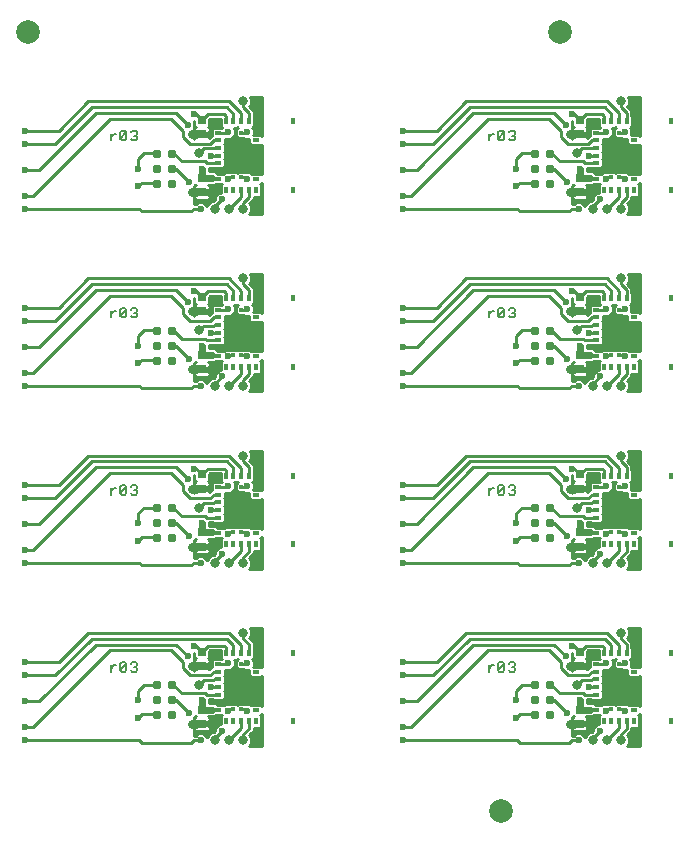
<source format=gtl>
G75*
%MOIN*%
%OFA0B0*%
%FSLAX24Y24*%
%IPPOS*%
%LPD*%
%AMOC8*
5,1,8,0,0,1.08239X$1,22.5*
%
%ADD10C,0.0080*%
%ADD11R,0.0236X0.0118*%
%ADD12R,0.0118X0.0118*%
%ADD13R,0.0118X0.0236*%
%ADD14R,0.0276X0.0276*%
%ADD15C,0.0787*%
%ADD16C,0.0315*%
%ADD17C,0.0310*%
%ADD18C,0.0236*%
%ADD19C,0.0118*%
%ADD20C,0.0236*%
%ADD21C,0.0098*%
%ADD22C,0.0315*%
D10*
X012874Y011603D02*
X012874Y011812D01*
X012874Y011707D02*
X012979Y011812D01*
X013031Y011812D01*
X013176Y011864D02*
X013229Y011917D01*
X013333Y011917D01*
X013386Y011864D01*
X013176Y011655D01*
X013229Y011603D01*
X013333Y011603D01*
X013386Y011655D01*
X013386Y011864D01*
X013539Y011864D02*
X013591Y011917D01*
X013696Y011917D01*
X013748Y011864D01*
X013748Y011812D01*
X013696Y011760D01*
X013748Y011707D01*
X013748Y011655D01*
X013696Y011603D01*
X013591Y011603D01*
X013539Y011655D01*
X013644Y011760D02*
X013696Y011760D01*
X013176Y011655D02*
X013176Y011864D01*
X013229Y017508D02*
X013176Y017560D01*
X013386Y017770D01*
X013386Y017560D01*
X013333Y017508D01*
X013229Y017508D01*
X013176Y017560D02*
X013176Y017770D01*
X013229Y017822D01*
X013333Y017822D01*
X013386Y017770D01*
X013539Y017770D02*
X013591Y017822D01*
X013696Y017822D01*
X013748Y017770D01*
X013748Y017717D01*
X013696Y017665D01*
X013748Y017613D01*
X013748Y017560D01*
X013696Y017508D01*
X013591Y017508D01*
X013539Y017560D01*
X013644Y017665D02*
X013696Y017665D01*
X013031Y017717D02*
X012979Y017717D01*
X012874Y017613D01*
X012874Y017717D02*
X012874Y017508D01*
X012874Y023414D02*
X012874Y023623D01*
X012874Y023518D02*
X012979Y023623D01*
X013031Y023623D01*
X013176Y023675D02*
X013229Y023728D01*
X013333Y023728D01*
X013386Y023675D01*
X013176Y023466D01*
X013229Y023414D01*
X013333Y023414D01*
X013386Y023466D01*
X013386Y023675D01*
X013539Y023675D02*
X013591Y023728D01*
X013696Y023728D01*
X013748Y023675D01*
X013748Y023623D01*
X013696Y023571D01*
X013748Y023518D01*
X013748Y023466D01*
X013696Y023414D01*
X013591Y023414D01*
X013539Y023466D01*
X013644Y023571D02*
X013696Y023571D01*
X013176Y023466D02*
X013176Y023675D01*
X013229Y029319D02*
X013176Y029371D01*
X013386Y029581D01*
X013386Y029371D01*
X013333Y029319D01*
X013229Y029319D01*
X013176Y029371D02*
X013176Y029581D01*
X013229Y029633D01*
X013333Y029633D01*
X013386Y029581D01*
X013539Y029581D02*
X013591Y029633D01*
X013696Y029633D01*
X013748Y029581D01*
X013748Y029528D01*
X013696Y029476D01*
X013748Y029424D01*
X013748Y029371D01*
X013696Y029319D01*
X013591Y029319D01*
X013539Y029371D01*
X013644Y029476D02*
X013696Y029476D01*
X013031Y029528D02*
X012979Y029528D01*
X012874Y029424D01*
X012874Y029528D02*
X012874Y029319D01*
X025473Y029319D02*
X025473Y029528D01*
X025473Y029424D02*
X025577Y029528D01*
X025630Y029528D01*
X025775Y029581D02*
X025775Y029371D01*
X025984Y029581D01*
X025984Y029371D01*
X025932Y029319D01*
X025827Y029319D01*
X025775Y029371D01*
X025775Y029581D02*
X025827Y029633D01*
X025932Y029633D01*
X025984Y029581D01*
X026137Y029581D02*
X026190Y029633D01*
X026294Y029633D01*
X026347Y029581D01*
X026347Y029528D01*
X026294Y029476D01*
X026347Y029424D01*
X026347Y029371D01*
X026294Y029319D01*
X026190Y029319D01*
X026137Y029371D01*
X026242Y029476D02*
X026294Y029476D01*
X026190Y023728D02*
X026294Y023728D01*
X026347Y023675D01*
X026347Y023623D01*
X026294Y023571D01*
X026347Y023518D01*
X026347Y023466D01*
X026294Y023414D01*
X026190Y023414D01*
X026137Y023466D01*
X026242Y023571D02*
X026294Y023571D01*
X026137Y023675D02*
X026190Y023728D01*
X025984Y023675D02*
X025775Y023466D01*
X025827Y023414D01*
X025932Y023414D01*
X025984Y023466D01*
X025984Y023675D01*
X025932Y023728D01*
X025827Y023728D01*
X025775Y023675D01*
X025775Y023466D01*
X025630Y023623D02*
X025577Y023623D01*
X025473Y023518D01*
X025473Y023414D02*
X025473Y023623D01*
X025827Y017822D02*
X025932Y017822D01*
X025984Y017770D01*
X025775Y017560D01*
X025827Y017508D01*
X025932Y017508D01*
X025984Y017560D01*
X025984Y017770D01*
X026137Y017770D02*
X026190Y017822D01*
X026294Y017822D01*
X026347Y017770D01*
X026347Y017717D01*
X026294Y017665D01*
X026347Y017613D01*
X026347Y017560D01*
X026294Y017508D01*
X026190Y017508D01*
X026137Y017560D01*
X026242Y017665D02*
X026294Y017665D01*
X025827Y017822D02*
X025775Y017770D01*
X025775Y017560D01*
X025630Y017717D02*
X025577Y017717D01*
X025473Y017613D01*
X025473Y017717D02*
X025473Y017508D01*
X025827Y011917D02*
X025932Y011917D01*
X025984Y011864D01*
X025775Y011655D01*
X025827Y011603D01*
X025932Y011603D01*
X025984Y011655D01*
X025984Y011864D01*
X026137Y011864D02*
X026190Y011917D01*
X026294Y011917D01*
X026347Y011864D01*
X026347Y011812D01*
X026294Y011760D01*
X026347Y011707D01*
X026347Y011655D01*
X026294Y011603D01*
X026190Y011603D01*
X026137Y011655D01*
X026242Y011760D02*
X026294Y011760D01*
X025827Y011917D02*
X025775Y011864D01*
X025775Y011655D01*
X025630Y011812D02*
X025577Y011812D01*
X025473Y011707D01*
X025473Y011603D02*
X025473Y011812D01*
D11*
X029055Y011858D03*
X029055Y011602D03*
X029055Y011346D03*
X029055Y011090D03*
X029055Y010834D03*
X029055Y010578D03*
X029055Y010322D03*
X030315Y010322D03*
X030315Y010578D03*
X030315Y010834D03*
X030315Y011090D03*
X030315Y011346D03*
X030315Y011602D03*
X030315Y011858D03*
X030315Y016228D03*
X030315Y016484D03*
X030315Y016740D03*
X030315Y016996D03*
X030315Y017252D03*
X030315Y017507D03*
X030315Y017763D03*
X029055Y017763D03*
X029055Y017507D03*
X029055Y017252D03*
X029055Y016996D03*
X029055Y016740D03*
X029055Y016484D03*
X029055Y016228D03*
X029055Y022133D03*
X029055Y022389D03*
X029055Y022645D03*
X029055Y022901D03*
X029055Y023157D03*
X029055Y023413D03*
X029055Y023669D03*
X030315Y023669D03*
X030315Y023413D03*
X030315Y023157D03*
X030315Y022901D03*
X030315Y022645D03*
X030315Y022389D03*
X030315Y022133D03*
X030315Y028039D03*
X030315Y028295D03*
X030315Y028551D03*
X030315Y028807D03*
X030315Y029063D03*
X030315Y029319D03*
X030315Y029574D03*
X029055Y029574D03*
X029055Y029319D03*
X029055Y029063D03*
X029055Y028807D03*
X029055Y028551D03*
X029055Y028295D03*
X029055Y028039D03*
X017716Y028039D03*
X017716Y028295D03*
X017716Y028551D03*
X017716Y028807D03*
X017716Y029063D03*
X017716Y029319D03*
X017716Y029574D03*
X016456Y029574D03*
X016456Y029319D03*
X016456Y029063D03*
X016456Y028807D03*
X016456Y028551D03*
X016456Y028295D03*
X016456Y028039D03*
X016456Y023669D03*
X016456Y023413D03*
X016456Y023157D03*
X016456Y022901D03*
X016456Y022645D03*
X016456Y022389D03*
X016456Y022133D03*
X017716Y022133D03*
X017716Y022389D03*
X017716Y022645D03*
X017716Y022901D03*
X017716Y023157D03*
X017716Y023413D03*
X017716Y023669D03*
X017716Y017763D03*
X017716Y017507D03*
X017716Y017252D03*
X017716Y016996D03*
X017716Y016740D03*
X017716Y016484D03*
X017716Y016228D03*
X016456Y016228D03*
X016456Y016484D03*
X016456Y016740D03*
X016456Y016996D03*
X016456Y017252D03*
X016456Y017507D03*
X016456Y017763D03*
X016456Y011858D03*
X016456Y011602D03*
X016456Y011346D03*
X016456Y011090D03*
X016456Y010834D03*
X016456Y010578D03*
X016456Y010322D03*
X017716Y010322D03*
X017716Y010578D03*
X017716Y010834D03*
X017716Y011090D03*
X017716Y011346D03*
X017716Y011602D03*
X017716Y011858D03*
D12*
X017214Y011858D03*
X017214Y010362D03*
X016958Y010362D03*
X016958Y016267D03*
X017214Y016267D03*
X017214Y017763D03*
X017214Y022173D03*
X016958Y022173D03*
X017214Y023669D03*
X017214Y028078D03*
X016958Y028078D03*
X017214Y029574D03*
X029557Y028078D03*
X029813Y028078D03*
X029813Y029574D03*
X029813Y023669D03*
X029813Y022173D03*
X029557Y022173D03*
X029813Y017763D03*
X029813Y016267D03*
X029557Y016267D03*
X029813Y011858D03*
X029813Y010362D03*
X029557Y010362D03*
D13*
X029557Y010696D03*
X029813Y010696D03*
X029813Y011090D03*
X029557Y011090D03*
X029557Y011484D03*
X029813Y011484D03*
X029813Y012232D03*
X030069Y012232D03*
X030324Y012232D03*
X029557Y012232D03*
X029301Y012232D03*
X029045Y012232D03*
X029045Y009948D03*
X029301Y009948D03*
X029557Y009948D03*
X029813Y009948D03*
X030069Y009948D03*
X030324Y009948D03*
X031555Y009948D03*
X031555Y012232D03*
X031555Y015854D03*
X030324Y015854D03*
X030069Y015854D03*
X029813Y015854D03*
X029557Y015854D03*
X029301Y015854D03*
X029045Y015854D03*
X029557Y016602D03*
X029813Y016602D03*
X029813Y016996D03*
X029557Y016996D03*
X029557Y017389D03*
X029813Y017389D03*
X029813Y018137D03*
X030069Y018137D03*
X030324Y018137D03*
X029557Y018137D03*
X029301Y018137D03*
X029045Y018137D03*
X031555Y018137D03*
X031555Y021759D03*
X030324Y021759D03*
X030069Y021759D03*
X029813Y021759D03*
X029557Y021759D03*
X029301Y021759D03*
X029045Y021759D03*
X029557Y022507D03*
X029813Y022507D03*
X029813Y022901D03*
X029557Y022901D03*
X029557Y023295D03*
X029813Y023295D03*
X029813Y024043D03*
X030069Y024043D03*
X030324Y024043D03*
X029557Y024043D03*
X029301Y024043D03*
X029045Y024043D03*
X031555Y024043D03*
X031555Y027665D03*
X030324Y027665D03*
X030069Y027665D03*
X029813Y027665D03*
X029557Y027665D03*
X029301Y027665D03*
X029045Y027665D03*
X029557Y028413D03*
X029813Y028413D03*
X029813Y028807D03*
X029557Y028807D03*
X029557Y029200D03*
X029813Y029200D03*
X029813Y029948D03*
X030069Y029948D03*
X030324Y029948D03*
X029557Y029948D03*
X029301Y029948D03*
X029045Y029948D03*
X031555Y029948D03*
X018956Y029948D03*
X017726Y029948D03*
X017470Y029948D03*
X017214Y029948D03*
X016958Y029948D03*
X016702Y029948D03*
X016447Y029948D03*
X016958Y029200D03*
X017214Y029200D03*
X017214Y028807D03*
X016958Y028807D03*
X016958Y028413D03*
X017214Y028413D03*
X017214Y027665D03*
X016958Y027665D03*
X016702Y027665D03*
X016447Y027665D03*
X017470Y027665D03*
X017726Y027665D03*
X018956Y027665D03*
X018956Y024043D03*
X017726Y024043D03*
X017470Y024043D03*
X017214Y024043D03*
X016958Y024043D03*
X016702Y024043D03*
X016447Y024043D03*
X016958Y023295D03*
X017214Y023295D03*
X017214Y022901D03*
X016958Y022901D03*
X016958Y022507D03*
X017214Y022507D03*
X017214Y021759D03*
X016958Y021759D03*
X016702Y021759D03*
X016447Y021759D03*
X017470Y021759D03*
X017726Y021759D03*
X018956Y021759D03*
X018956Y018137D03*
X017726Y018137D03*
X017470Y018137D03*
X017214Y018137D03*
X016958Y018137D03*
X016702Y018137D03*
X016447Y018137D03*
X016958Y017389D03*
X017214Y017389D03*
X017214Y016996D03*
X016958Y016996D03*
X016958Y016602D03*
X017214Y016602D03*
X017214Y015854D03*
X016958Y015854D03*
X016702Y015854D03*
X016447Y015854D03*
X017470Y015854D03*
X017726Y015854D03*
X018956Y015854D03*
X018956Y012232D03*
X017726Y012232D03*
X017470Y012232D03*
X017214Y012232D03*
X016958Y012232D03*
X016702Y012232D03*
X016447Y012232D03*
X016958Y011484D03*
X017214Y011484D03*
X017214Y011090D03*
X016958Y011090D03*
X016958Y010696D03*
X017214Y010696D03*
X017214Y009948D03*
X016958Y009948D03*
X016702Y009948D03*
X016447Y009948D03*
X017470Y009948D03*
X017726Y009948D03*
X018956Y009948D03*
D14*
X015905Y009870D03*
X015905Y010342D03*
X015905Y011799D03*
X015905Y012271D03*
X015905Y015775D03*
X015905Y016248D03*
X015905Y017704D03*
X015905Y018177D03*
X015905Y021681D03*
X015905Y022153D03*
X015905Y023610D03*
X015905Y024082D03*
X015905Y027586D03*
X015905Y028059D03*
X015905Y029515D03*
X015905Y029988D03*
X028504Y029988D03*
X028504Y029515D03*
X028504Y028059D03*
X028504Y027586D03*
X028504Y024082D03*
X028504Y023610D03*
X028504Y022153D03*
X028504Y021681D03*
X028504Y018177D03*
X028504Y017704D03*
X028504Y016248D03*
X028504Y015775D03*
X028504Y012271D03*
X028504Y011799D03*
X028504Y010342D03*
X028504Y009870D03*
D15*
X025866Y006956D03*
X027834Y032941D03*
X010118Y032941D03*
D16*
X015826Y028885D03*
X017283Y030618D03*
X017283Y027035D03*
X016811Y027035D03*
X016338Y027035D03*
X017283Y024712D03*
X015826Y022980D03*
X016338Y021130D03*
X016811Y021130D03*
X017283Y021130D03*
X017283Y018807D03*
X015826Y017074D03*
X016338Y015224D03*
X016811Y015224D03*
X017283Y015224D03*
X017283Y012901D03*
X015826Y011169D03*
X016338Y009319D03*
X016811Y009319D03*
X017283Y009319D03*
X028425Y011169D03*
X028937Y009319D03*
X029409Y009319D03*
X029882Y009319D03*
X029882Y012901D03*
X029882Y015224D03*
X029409Y015224D03*
X028937Y015224D03*
X028425Y017074D03*
X029882Y018807D03*
X029882Y021130D03*
X029409Y021130D03*
X028937Y021130D03*
X028425Y022980D03*
X029882Y024712D03*
X029882Y027035D03*
X029409Y027035D03*
X028937Y027035D03*
X028425Y028885D03*
X029882Y030618D03*
D17*
X027494Y028874D03*
X026994Y028874D03*
X026994Y028374D03*
X027494Y028374D03*
X027494Y027874D03*
X026994Y027874D03*
X026994Y022968D03*
X027494Y022968D03*
X027494Y022468D03*
X027494Y021968D03*
X026994Y021968D03*
X026994Y022468D03*
X026994Y017063D03*
X027494Y017063D03*
X027494Y016563D03*
X026994Y016563D03*
X026994Y016063D03*
X027494Y016063D03*
X027494Y011157D03*
X027494Y010657D03*
X026994Y010657D03*
X026994Y011157D03*
X026994Y010157D03*
X027494Y010157D03*
X014895Y010157D03*
X014395Y010157D03*
X014395Y010657D03*
X014395Y011157D03*
X014895Y011157D03*
X014895Y010657D03*
X014895Y016063D03*
X014395Y016063D03*
X014395Y016563D03*
X014395Y017063D03*
X014895Y017063D03*
X014895Y016563D03*
X014895Y021968D03*
X014395Y021968D03*
X014395Y022468D03*
X014895Y022468D03*
X014895Y022968D03*
X014395Y022968D03*
X014395Y027874D03*
X014395Y028374D03*
X014895Y028374D03*
X014895Y027874D03*
X014895Y028874D03*
X014395Y028874D03*
D18*
X010000Y009319D03*
X010000Y009752D03*
X010000Y010618D03*
X010000Y011484D03*
X010000Y011917D03*
X010000Y015224D03*
X010000Y015657D03*
X010000Y016523D03*
X010000Y017389D03*
X010000Y017822D03*
X010000Y021130D03*
X010000Y021563D03*
X010000Y022429D03*
X010000Y023295D03*
X010000Y023728D03*
X010000Y027035D03*
X010000Y027468D03*
X010000Y028334D03*
X010000Y029200D03*
X010000Y029633D03*
X013779Y028374D03*
X013779Y027783D03*
X015472Y027941D03*
X015590Y027586D03*
X015866Y027035D03*
X016299Y027665D03*
X016574Y027350D03*
X016771Y028019D03*
X016771Y028334D03*
X016771Y028649D03*
X016771Y028964D03*
X016771Y029279D03*
X016771Y029594D03*
X016260Y029948D03*
X015630Y030185D03*
X015433Y029830D03*
X015590Y029515D03*
X016220Y028807D03*
X015905Y028374D03*
X017401Y028334D03*
X017401Y028019D03*
X017401Y028649D03*
X017401Y028964D03*
X017401Y029279D03*
X017401Y029594D03*
X017834Y029752D03*
X017834Y030303D03*
X017637Y030500D03*
X017834Y030657D03*
X017834Y027311D03*
X017637Y027114D03*
X017834Y026956D03*
X017834Y024752D03*
X017637Y024594D03*
X017834Y024397D03*
X017834Y023846D03*
X017401Y023689D03*
X017401Y023374D03*
X017401Y023059D03*
X017401Y022744D03*
X017401Y022429D03*
X017401Y022114D03*
X016771Y022114D03*
X016771Y022429D03*
X016771Y022744D03*
X016771Y023059D03*
X016771Y023374D03*
X016771Y023689D03*
X016260Y024043D03*
X015630Y024279D03*
X015433Y023925D03*
X015590Y023610D03*
X016220Y022901D03*
X015905Y022468D03*
X015472Y022035D03*
X015590Y021681D03*
X015866Y021130D03*
X016299Y021759D03*
X016574Y021444D03*
X017637Y021208D03*
X017834Y021051D03*
X017834Y021405D03*
X017834Y018846D03*
X017637Y018689D03*
X017834Y018492D03*
X017834Y017941D03*
X017401Y017783D03*
X017401Y017468D03*
X017401Y017153D03*
X017401Y016838D03*
X017401Y016523D03*
X017401Y016208D03*
X016771Y016208D03*
X016771Y016523D03*
X016771Y016838D03*
X016771Y017153D03*
X016771Y017468D03*
X016771Y017783D03*
X016260Y018137D03*
X015630Y018374D03*
X015433Y018019D03*
X015590Y017704D03*
X016220Y016996D03*
X015905Y016563D03*
X015472Y016130D03*
X015590Y015775D03*
X015866Y015224D03*
X016299Y015854D03*
X016574Y015539D03*
X017637Y015303D03*
X017834Y015145D03*
X017834Y015500D03*
X017834Y012941D03*
X017637Y012783D03*
X017834Y012586D03*
X017834Y012035D03*
X017401Y011878D03*
X017401Y011563D03*
X017401Y011248D03*
X017401Y010933D03*
X017401Y010618D03*
X017401Y010303D03*
X016771Y010303D03*
X016771Y010618D03*
X016771Y010933D03*
X016771Y011248D03*
X016771Y011563D03*
X016771Y011878D03*
X016260Y012232D03*
X015630Y012468D03*
X015433Y012114D03*
X015590Y011799D03*
X016220Y011090D03*
X015905Y010657D03*
X015472Y010224D03*
X015590Y009870D03*
X015866Y009319D03*
X016299Y009948D03*
X016574Y009633D03*
X017637Y009397D03*
X017834Y009240D03*
X017834Y009594D03*
X013779Y010067D03*
X013779Y010657D03*
X013779Y015972D03*
X013779Y016563D03*
X013779Y021878D03*
X013779Y022468D03*
X022598Y022429D03*
X022598Y021563D03*
X022598Y021130D03*
X022598Y023295D03*
X022598Y023728D03*
X022598Y027035D03*
X022598Y027468D03*
X022598Y028334D03*
X022598Y029200D03*
X022598Y029633D03*
X026378Y028374D03*
X026378Y027783D03*
X028071Y027941D03*
X028189Y027586D03*
X028464Y027035D03*
X028897Y027665D03*
X029173Y027350D03*
X029370Y028019D03*
X029370Y028334D03*
X029370Y028649D03*
X029370Y028964D03*
X029370Y029279D03*
X029370Y029594D03*
X028858Y029948D03*
X028228Y030185D03*
X028031Y029830D03*
X028189Y029515D03*
X028819Y028807D03*
X028504Y028374D03*
X030000Y028334D03*
X030000Y028019D03*
X030000Y028649D03*
X030000Y028964D03*
X030000Y029279D03*
X030000Y029594D03*
X030433Y029752D03*
X030433Y030303D03*
X030236Y030500D03*
X030433Y030657D03*
X030433Y027311D03*
X030236Y027114D03*
X030433Y026956D03*
X030433Y024752D03*
X030236Y024594D03*
X030433Y024397D03*
X030433Y023846D03*
X030000Y023689D03*
X030000Y023374D03*
X030000Y023059D03*
X030000Y022744D03*
X030000Y022429D03*
X030000Y022114D03*
X029370Y022114D03*
X029370Y022429D03*
X029370Y022744D03*
X029370Y023059D03*
X029370Y023374D03*
X029370Y023689D03*
X028858Y024043D03*
X028228Y024279D03*
X028031Y023925D03*
X028189Y023610D03*
X028819Y022901D03*
X028504Y022468D03*
X028071Y022035D03*
X028189Y021681D03*
X028464Y021130D03*
X028897Y021759D03*
X029173Y021444D03*
X030236Y021208D03*
X030433Y021051D03*
X030433Y021405D03*
X030433Y018846D03*
X030236Y018689D03*
X030433Y018492D03*
X030433Y017941D03*
X030000Y017783D03*
X030000Y017468D03*
X030000Y017153D03*
X030000Y016838D03*
X030000Y016523D03*
X030000Y016208D03*
X029370Y016208D03*
X029370Y016523D03*
X029370Y016838D03*
X029370Y017153D03*
X029370Y017468D03*
X029370Y017783D03*
X028858Y018137D03*
X028228Y018374D03*
X028031Y018019D03*
X028189Y017704D03*
X028819Y016996D03*
X028504Y016563D03*
X028071Y016130D03*
X028189Y015775D03*
X028464Y015224D03*
X028897Y015854D03*
X029173Y015539D03*
X030236Y015303D03*
X030433Y015145D03*
X030433Y015500D03*
X030433Y012941D03*
X030236Y012783D03*
X030433Y012586D03*
X030433Y012035D03*
X030000Y011878D03*
X030000Y011563D03*
X030000Y011248D03*
X030000Y010933D03*
X030000Y010618D03*
X030000Y010303D03*
X029370Y010303D03*
X029370Y010618D03*
X029370Y010933D03*
X029370Y011248D03*
X029370Y011563D03*
X029370Y011878D03*
X028858Y012232D03*
X028228Y012468D03*
X028031Y012114D03*
X028189Y011799D03*
X028819Y011090D03*
X028504Y010657D03*
X028071Y010224D03*
X028189Y009870D03*
X028464Y009319D03*
X028897Y009948D03*
X029173Y009633D03*
X030236Y009397D03*
X030433Y009240D03*
X030433Y009594D03*
X026378Y010067D03*
X026378Y010657D03*
X022598Y010618D03*
X022598Y011484D03*
X022598Y011917D03*
X022598Y009752D03*
X022598Y009319D03*
X022598Y015224D03*
X022598Y015657D03*
X022598Y016523D03*
X022598Y017389D03*
X022598Y017822D03*
X026378Y016563D03*
X026378Y015972D03*
X026378Y021878D03*
X026378Y022468D03*
D19*
X028858Y022153D02*
X028878Y022133D01*
X029055Y022133D01*
X028858Y016248D02*
X028878Y016228D01*
X029055Y016228D01*
X028858Y010342D02*
X028878Y010322D01*
X029055Y010322D01*
X016456Y010322D02*
X016279Y010322D01*
X016260Y010342D01*
X016279Y016228D02*
X016260Y016248D01*
X016279Y016228D02*
X016456Y016228D01*
X016456Y022133D02*
X016279Y022133D01*
X016260Y022153D01*
X016279Y028039D02*
X016260Y028059D01*
X016279Y028039D02*
X016456Y028039D01*
X028858Y028059D02*
X028878Y028039D01*
X029055Y028039D01*
D20*
X028858Y028059D02*
X028504Y028059D01*
X028504Y028374D01*
X028504Y027586D02*
X028307Y027586D01*
X028307Y029515D02*
X028504Y029515D01*
X028504Y023610D02*
X028307Y023610D01*
X028504Y022468D02*
X028504Y022153D01*
X028858Y022153D01*
X028504Y021681D02*
X028307Y021681D01*
X028307Y017704D02*
X028504Y017704D01*
X028504Y016563D02*
X028504Y016248D01*
X028858Y016248D01*
X028504Y015775D02*
X028307Y015775D01*
X028307Y011799D02*
X028504Y011799D01*
X028504Y010657D02*
X028504Y010342D01*
X028858Y010342D01*
X028504Y009870D02*
X028307Y009870D01*
X016260Y010342D02*
X015905Y010342D01*
X015905Y010657D01*
X015905Y009870D02*
X015708Y009870D01*
X015708Y011799D02*
X015905Y011799D01*
X015905Y015775D02*
X015708Y015775D01*
X015905Y016248D02*
X016260Y016248D01*
X015905Y016248D02*
X015905Y016563D01*
X015905Y017704D02*
X015708Y017704D01*
X015708Y021681D02*
X015905Y021681D01*
X015905Y022153D02*
X016260Y022153D01*
X015905Y022153D02*
X015905Y022468D01*
X015905Y023610D02*
X015708Y023610D01*
X015708Y027586D02*
X015905Y027586D01*
X015905Y028059D02*
X016260Y028059D01*
X015905Y028059D02*
X015905Y028374D01*
X015905Y029515D02*
X015708Y029515D01*
D21*
X015707Y029456D02*
X015649Y029399D01*
X015649Y029358D01*
X015630Y029358D01*
X015630Y029707D01*
X015659Y029737D01*
X015659Y029924D01*
X015630Y029954D01*
X015630Y029958D01*
X015659Y029958D01*
X015659Y029805D01*
X015700Y029764D01*
X015649Y029714D01*
X015649Y029632D01*
X015707Y029574D01*
X016103Y029574D01*
X016161Y029632D01*
X016161Y029714D01*
X016110Y029764D01*
X016151Y029805D01*
X016151Y030011D01*
X016167Y030027D01*
X016535Y030027D01*
X016535Y029785D01*
X016579Y029742D01*
X016293Y029742D01*
X016230Y029678D01*
X016230Y029472D01*
X016159Y029401D01*
X016103Y029456D01*
X015707Y029456D01*
X015664Y029413D02*
X015630Y029413D01*
X015630Y029510D02*
X016230Y029510D01*
X016230Y029607D02*
X016136Y029607D01*
X016161Y029704D02*
X016255Y029704D01*
X016147Y029801D02*
X016535Y029801D01*
X016535Y029898D02*
X016151Y029898D01*
X016151Y029995D02*
X016535Y029995D01*
X016702Y029948D02*
X016702Y030135D01*
X016653Y030185D01*
X016102Y030185D01*
X015905Y029988D01*
X015708Y030185D01*
X015630Y030185D01*
X015659Y029898D02*
X015659Y029898D01*
X015659Y029801D02*
X015664Y029801D01*
X015649Y029704D02*
X015630Y029704D01*
X015630Y029607D02*
X015674Y029607D01*
X015433Y029830D02*
X015039Y030224D01*
X012362Y030224D01*
X010472Y028334D01*
X010000Y028334D01*
X010000Y027468D02*
X010275Y027468D01*
X012834Y030027D01*
X014882Y030027D01*
X015275Y029633D01*
X015275Y029437D01*
X015511Y029200D01*
X016181Y029200D01*
X016299Y029319D01*
X016456Y029319D01*
X016683Y029316D02*
X017490Y029316D01*
X017490Y029368D02*
X017490Y029215D01*
X017553Y029151D01*
X017879Y029151D01*
X017903Y029175D01*
X017903Y028182D01*
X017879Y028206D01*
X017553Y028206D01*
X017544Y028197D01*
X017495Y028246D01*
X017110Y028246D01*
X017086Y028222D01*
X017062Y028246D01*
X016678Y028246D01*
X016629Y028197D01*
X016619Y028206D01*
X016432Y028206D01*
X016353Y028285D01*
X016132Y028285D01*
X016132Y028393D01*
X016284Y028393D01*
X016293Y028383D01*
X016619Y028383D01*
X016683Y028447D01*
X016683Y028655D01*
X016659Y028679D01*
X016683Y028703D01*
X016683Y028911D01*
X016659Y028935D01*
X016683Y028959D01*
X016683Y029166D01*
X016659Y029191D01*
X016683Y029215D01*
X016683Y029368D01*
X016865Y029368D01*
X016998Y029500D01*
X016998Y029688D01*
X016964Y029722D01*
X017062Y029722D01*
X017086Y029746D01*
X017100Y029732D01*
X017047Y029678D01*
X017047Y029471D01*
X017110Y029407D01*
X017268Y029407D01*
X017307Y029368D01*
X017490Y029368D01*
X017490Y029219D02*
X016683Y029219D01*
X016683Y029122D02*
X017903Y029122D01*
X017903Y029025D02*
X016683Y029025D01*
X016665Y028928D02*
X017903Y028928D01*
X017903Y028831D02*
X016683Y028831D01*
X016683Y028735D02*
X017903Y028735D01*
X017903Y028638D02*
X016683Y028638D01*
X016683Y028541D02*
X017903Y028541D01*
X017903Y028444D02*
X016680Y028444D01*
X016456Y028551D02*
X016082Y028551D01*
X016023Y028610D01*
X015236Y028610D01*
X014960Y028885D01*
X014948Y028874D01*
X014895Y028874D01*
X014395Y028874D02*
X014382Y028874D01*
X014370Y028885D01*
X013976Y028885D01*
X013779Y028689D01*
X013779Y028374D01*
X013897Y027901D02*
X013779Y027783D01*
X013897Y027901D02*
X014409Y027901D01*
X014395Y027887D01*
X014395Y027874D01*
X014895Y028374D02*
X015039Y028374D01*
X015472Y027941D01*
X015630Y027778D02*
X015693Y027842D01*
X015700Y027835D01*
X015649Y027784D01*
X015649Y027703D01*
X015707Y027645D01*
X016103Y027645D01*
X016161Y027703D01*
X016161Y027784D01*
X016113Y027832D01*
X016353Y027832D01*
X016393Y027872D01*
X016579Y027872D01*
X016535Y027828D01*
X016535Y027576D01*
X016481Y027576D01*
X016348Y027444D01*
X016348Y027346D01*
X016303Y027301D01*
X016285Y027301D01*
X016188Y027260D01*
X016113Y027186D01*
X016090Y027131D01*
X015960Y027261D01*
X015772Y027261D01*
X015703Y027193D01*
X015630Y027193D01*
X015630Y027778D01*
X015630Y027765D02*
X015649Y027765D01*
X015630Y027668D02*
X015684Y027668D01*
X015630Y027571D02*
X016476Y027571D01*
X016535Y027668D02*
X016127Y027668D01*
X016161Y027765D02*
X016535Y027765D01*
X016569Y027862D02*
X016383Y027862D01*
X016379Y027474D02*
X016156Y027474D01*
X016161Y027470D02*
X016103Y027527D01*
X015707Y027527D01*
X015649Y027470D01*
X015649Y027388D01*
X015707Y027330D01*
X016103Y027330D01*
X016161Y027388D01*
X016161Y027470D01*
X016151Y027378D02*
X016348Y027378D01*
X016237Y027281D02*
X015630Y027281D01*
X015630Y027378D02*
X015660Y027378D01*
X015654Y027474D02*
X015630Y027474D01*
X016037Y027184D02*
X016112Y027184D01*
X016338Y027114D02*
X016338Y027035D01*
X016338Y027114D02*
X016574Y027350D01*
X016811Y027035D02*
X017214Y027439D01*
X017214Y027665D01*
X017470Y027665D02*
X017470Y027419D01*
X017283Y027232D01*
X017283Y027035D01*
X017473Y026849D02*
X017508Y026885D01*
X017549Y026982D01*
X017549Y027088D01*
X017508Y027186D01*
X017484Y027210D01*
X017535Y027261D01*
X017628Y027354D01*
X017628Y027439D01*
X017830Y027439D01*
X017893Y027502D01*
X017893Y027828D01*
X017850Y027872D01*
X017879Y027872D01*
X017903Y027896D01*
X017903Y026849D01*
X017473Y026849D01*
X017512Y026893D02*
X017903Y026893D01*
X017903Y026990D02*
X017549Y026990D01*
X017549Y027087D02*
X017903Y027087D01*
X017903Y027184D02*
X017509Y027184D01*
X017555Y027281D02*
X017903Y027281D01*
X017903Y027378D02*
X017628Y027378D01*
X017866Y027474D02*
X017903Y027474D01*
X017893Y027571D02*
X017903Y027571D01*
X017893Y027668D02*
X017903Y027668D01*
X017893Y027765D02*
X017903Y027765D01*
X017903Y027862D02*
X017859Y027862D01*
X017903Y028250D02*
X016388Y028250D01*
X016132Y028347D02*
X017903Y028347D01*
X017401Y028019D02*
X017342Y028078D01*
X017214Y028078D01*
X016958Y028078D02*
X016830Y028078D01*
X016771Y028019D01*
X016456Y028807D02*
X016220Y028807D01*
X016299Y029043D02*
X015984Y029043D01*
X015826Y028885D01*
X016299Y029043D02*
X016319Y029063D01*
X016456Y029063D01*
X016171Y029413D02*
X016147Y029413D01*
X016456Y029574D02*
X016752Y029574D01*
X016771Y029594D01*
X016998Y029607D02*
X017047Y029607D01*
X017047Y029510D02*
X016998Y029510D01*
X016910Y029413D02*
X017104Y029413D01*
X017214Y029574D02*
X017382Y029574D01*
X017401Y029594D01*
X017628Y029607D02*
X017903Y029607D01*
X017903Y029704D02*
X017612Y029704D01*
X017628Y029688D02*
X017584Y029732D01*
X017637Y029785D01*
X017637Y030111D01*
X017628Y030121D01*
X017628Y030299D01*
X017484Y030443D01*
X017508Y030467D01*
X017549Y030565D01*
X017549Y030671D01*
X017510Y030764D01*
X017903Y030764D01*
X017903Y029462D01*
X017879Y029486D01*
X017613Y029486D01*
X017628Y029500D01*
X017628Y029688D01*
X017637Y029801D02*
X017903Y029801D01*
X017903Y029898D02*
X017637Y029898D01*
X017637Y029995D02*
X017903Y029995D01*
X017903Y030091D02*
X017637Y030091D01*
X017628Y030188D02*
X017903Y030188D01*
X017903Y030285D02*
X017628Y030285D01*
X017544Y030382D02*
X017903Y030382D01*
X017903Y030479D02*
X017513Y030479D01*
X017549Y030576D02*
X017903Y030576D01*
X017903Y030673D02*
X017548Y030673D01*
X017283Y030618D02*
X017283Y030421D01*
X017470Y030234D01*
X017470Y029948D01*
X017214Y029948D02*
X017214Y030214D01*
X016811Y030618D01*
X012126Y030618D01*
X011141Y029633D01*
X010000Y029633D01*
X010000Y029200D02*
X011023Y029200D01*
X012244Y030421D01*
X016732Y030421D01*
X016958Y030194D01*
X016958Y029948D01*
X016982Y029704D02*
X017072Y029704D01*
X017628Y029510D02*
X017903Y029510D01*
X015866Y027035D02*
X015630Y027035D01*
X015551Y026956D01*
X013897Y026956D01*
X013819Y027035D01*
X010000Y027035D01*
X012126Y024712D02*
X011141Y023728D01*
X010000Y023728D01*
X010000Y023295D02*
X011023Y023295D01*
X012244Y024515D01*
X016732Y024515D01*
X016958Y024289D01*
X016958Y024043D01*
X016964Y023817D02*
X017062Y023817D01*
X017086Y023841D01*
X017100Y023826D01*
X017047Y023773D01*
X017047Y023565D01*
X017110Y023502D01*
X017268Y023502D01*
X017307Y023462D01*
X017490Y023462D01*
X017490Y023309D01*
X017553Y023246D01*
X017879Y023246D01*
X017903Y023270D01*
X017903Y022277D01*
X017879Y022301D01*
X017553Y022301D01*
X017544Y022291D01*
X017495Y022340D01*
X017110Y022340D01*
X017086Y022316D01*
X017062Y022340D01*
X016678Y022340D01*
X016629Y022291D01*
X016619Y022301D01*
X016432Y022301D01*
X016353Y022380D01*
X016132Y022380D01*
X016132Y022488D01*
X016284Y022488D01*
X016293Y022478D01*
X016619Y022478D01*
X016683Y022541D01*
X016683Y022749D01*
X016659Y022773D01*
X016683Y022797D01*
X016683Y023005D01*
X016659Y023029D01*
X016683Y023053D01*
X016683Y023261D01*
X016659Y023285D01*
X016683Y023309D01*
X016683Y023462D01*
X016865Y023462D01*
X016998Y023595D01*
X016998Y023782D01*
X016964Y023817D01*
X016989Y023791D02*
X017065Y023791D01*
X017047Y023694D02*
X016998Y023694D01*
X016998Y023597D02*
X017047Y023597D01*
X016903Y023501D02*
X017269Y023501D01*
X017214Y023669D02*
X017382Y023669D01*
X017401Y023689D01*
X017628Y023694D02*
X017903Y023694D01*
X017903Y023597D02*
X017628Y023597D01*
X017628Y023595D02*
X017628Y023782D01*
X017584Y023826D01*
X017637Y023880D01*
X017637Y024206D01*
X017628Y024216D01*
X017628Y024394D01*
X017484Y024537D01*
X017508Y024562D01*
X017549Y024659D01*
X017549Y024765D01*
X017510Y024859D01*
X017903Y024859D01*
X017903Y023556D01*
X017879Y023580D01*
X017613Y023580D01*
X017628Y023595D01*
X017619Y023791D02*
X017903Y023791D01*
X017903Y023888D02*
X017637Y023888D01*
X017637Y023985D02*
X017903Y023985D01*
X017903Y024082D02*
X017637Y024082D01*
X017637Y024179D02*
X017903Y024179D01*
X017903Y024276D02*
X017628Y024276D01*
X017628Y024373D02*
X017903Y024373D01*
X017903Y024470D02*
X017551Y024470D01*
X017511Y024567D02*
X017903Y024567D01*
X017903Y024664D02*
X017549Y024664D01*
X017549Y024761D02*
X017903Y024761D01*
X017903Y024858D02*
X017511Y024858D01*
X017283Y024712D02*
X017283Y024515D01*
X017470Y024328D01*
X017470Y024043D01*
X017214Y024043D02*
X017214Y024309D01*
X016811Y024712D01*
X012126Y024712D01*
X012362Y024319D02*
X010472Y022429D01*
X010000Y022429D01*
X010000Y021563D02*
X010275Y021563D01*
X012834Y024122D01*
X014882Y024122D01*
X015275Y023728D01*
X015275Y023531D01*
X015511Y023295D01*
X016181Y023295D01*
X016299Y023413D01*
X016456Y023413D01*
X016683Y023404D02*
X017490Y023404D01*
X017492Y023307D02*
X016680Y023307D01*
X016683Y023210D02*
X017903Y023210D01*
X017903Y023113D02*
X016683Y023113D01*
X016672Y023016D02*
X017903Y023016D01*
X017903Y022919D02*
X016683Y022919D01*
X016683Y022822D02*
X017903Y022822D01*
X017903Y022725D02*
X016683Y022725D01*
X016683Y022628D02*
X017903Y022628D01*
X017903Y022531D02*
X016673Y022531D01*
X016675Y022337D02*
X016395Y022337D01*
X016132Y022434D02*
X017903Y022434D01*
X017903Y022337D02*
X017498Y022337D01*
X017342Y022173D02*
X017401Y022114D01*
X017342Y022173D02*
X017214Y022173D01*
X017108Y022337D02*
X017065Y022337D01*
X016958Y022173D02*
X016830Y022173D01*
X016771Y022114D01*
X016579Y021966D02*
X016535Y021922D01*
X016535Y021671D01*
X016481Y021671D01*
X016348Y021538D01*
X016348Y021441D01*
X016303Y021395D01*
X016285Y021395D01*
X016188Y021355D01*
X016113Y021280D01*
X016090Y021225D01*
X015960Y021356D01*
X015772Y021356D01*
X015703Y021287D01*
X015630Y021287D01*
X015630Y021872D01*
X015693Y021936D01*
X015700Y021930D01*
X015649Y021879D01*
X015649Y021797D01*
X015707Y021740D01*
X016103Y021740D01*
X016161Y021797D01*
X016161Y021879D01*
X016113Y021927D01*
X016353Y021927D01*
X016393Y021966D01*
X016579Y021966D01*
X016562Y021950D02*
X016376Y021950D01*
X016535Y021853D02*
X016161Y021853D01*
X016120Y021756D02*
X016535Y021756D01*
X016469Y021659D02*
X015630Y021659D01*
X015707Y021622D02*
X015649Y021564D01*
X015649Y021482D01*
X015707Y021425D01*
X016103Y021425D01*
X016161Y021482D01*
X016161Y021564D01*
X016103Y021622D01*
X015707Y021622D01*
X015649Y021562D02*
X015630Y021562D01*
X015630Y021465D02*
X015667Y021465D01*
X015630Y021368D02*
X016220Y021368D01*
X016144Y021465D02*
X016348Y021465D01*
X016372Y021562D02*
X016161Y021562D01*
X016109Y021271D02*
X016044Y021271D01*
X015866Y021130D02*
X015630Y021130D01*
X015551Y021051D01*
X013897Y021051D01*
X013819Y021130D01*
X010000Y021130D01*
X012126Y018807D02*
X011141Y017822D01*
X010000Y017822D01*
X010000Y017389D02*
X011023Y017389D01*
X012244Y018610D01*
X016732Y018610D01*
X016958Y018383D01*
X016958Y018137D01*
X016964Y017911D02*
X017062Y017911D01*
X017086Y017935D01*
X017100Y017921D01*
X017047Y017867D01*
X017047Y017659D01*
X017110Y017596D01*
X017268Y017596D01*
X017307Y017557D01*
X017490Y017557D01*
X017490Y017404D01*
X017553Y017340D01*
X017879Y017340D01*
X017903Y017364D01*
X017903Y016371D01*
X017879Y016395D01*
X017553Y016395D01*
X017544Y016386D01*
X017495Y016435D01*
X017110Y016435D01*
X017086Y016411D01*
X017062Y016435D01*
X016678Y016435D01*
X016629Y016386D01*
X016619Y016395D01*
X016432Y016395D01*
X016353Y016474D01*
X016132Y016474D01*
X016132Y016582D01*
X016284Y016582D01*
X016293Y016572D01*
X016619Y016572D01*
X016683Y016636D01*
X016683Y016844D01*
X016659Y016868D01*
X016683Y016892D01*
X016683Y017100D01*
X016659Y017124D01*
X016683Y017148D01*
X016683Y017355D01*
X016659Y017380D01*
X016683Y017404D01*
X016683Y017557D01*
X016865Y017557D01*
X016998Y017689D01*
X016998Y017877D01*
X016964Y017911D01*
X016996Y017879D02*
X017059Y017879D01*
X017047Y017782D02*
X016998Y017782D01*
X016993Y017685D02*
X017047Y017685D01*
X016897Y017588D02*
X017276Y017588D01*
X017214Y017763D02*
X017382Y017763D01*
X017401Y017783D01*
X017628Y017782D02*
X017903Y017782D01*
X017903Y017879D02*
X017626Y017879D01*
X017628Y017877D02*
X017584Y017921D01*
X017637Y017974D01*
X017637Y018300D01*
X017628Y018310D01*
X017628Y018488D01*
X017484Y018632D01*
X017508Y018656D01*
X017549Y018754D01*
X017549Y018860D01*
X017510Y018953D01*
X017903Y018953D01*
X017903Y017651D01*
X017879Y017675D01*
X017613Y017675D01*
X017628Y017689D01*
X017628Y017877D01*
X017637Y017976D02*
X017903Y017976D01*
X017903Y018073D02*
X017637Y018073D01*
X017637Y018170D02*
X017903Y018170D01*
X017903Y018267D02*
X017637Y018267D01*
X017628Y018364D02*
X017903Y018364D01*
X017903Y018460D02*
X017628Y018460D01*
X017558Y018557D02*
X017903Y018557D01*
X017903Y018654D02*
X017507Y018654D01*
X017548Y018751D02*
X017903Y018751D01*
X017903Y018848D02*
X017549Y018848D01*
X017513Y018945D02*
X017903Y018945D01*
X017283Y018807D02*
X017283Y018610D01*
X017470Y018423D01*
X017470Y018137D01*
X017214Y018137D02*
X017214Y018403D01*
X016811Y018807D01*
X012126Y018807D01*
X012362Y018413D02*
X010472Y016523D01*
X010000Y016523D01*
X010000Y015657D02*
X010275Y015657D01*
X012834Y018216D01*
X014882Y018216D01*
X015275Y017822D01*
X015275Y017626D01*
X015511Y017389D01*
X016181Y017389D01*
X016299Y017507D01*
X016456Y017507D01*
X016683Y017491D02*
X017490Y017491D01*
X017499Y017394D02*
X016673Y017394D01*
X016683Y017297D02*
X017903Y017297D01*
X017903Y017200D02*
X016683Y017200D01*
X016679Y017103D02*
X017903Y017103D01*
X017903Y017007D02*
X016683Y017007D01*
X016683Y016910D02*
X017903Y016910D01*
X017903Y016813D02*
X016683Y016813D01*
X016683Y016716D02*
X017903Y016716D01*
X017903Y016619D02*
X016666Y016619D01*
X016668Y016425D02*
X016402Y016425D01*
X016132Y016522D02*
X017903Y016522D01*
X017903Y016425D02*
X017505Y016425D01*
X017342Y016267D02*
X017401Y016208D01*
X017342Y016267D02*
X017214Y016267D01*
X017101Y016425D02*
X017072Y016425D01*
X016958Y016267D02*
X016830Y016267D01*
X016771Y016208D01*
X016579Y016061D02*
X016535Y016017D01*
X016535Y015765D01*
X016481Y015765D01*
X016348Y015633D01*
X016348Y015535D01*
X016303Y015490D01*
X016285Y015490D01*
X016188Y015449D01*
X016113Y015375D01*
X016090Y015320D01*
X015960Y015450D01*
X015772Y015450D01*
X015703Y015381D01*
X015630Y015381D01*
X015630Y015967D01*
X015693Y016031D01*
X015700Y016024D01*
X015649Y015973D01*
X015649Y015892D01*
X015707Y015834D01*
X016103Y015834D01*
X016161Y015892D01*
X016161Y015973D01*
X016113Y016021D01*
X016353Y016021D01*
X016393Y016061D01*
X016579Y016061D01*
X016556Y016037D02*
X016369Y016037D01*
X016535Y015940D02*
X016161Y015940D01*
X016113Y015843D02*
X016535Y015843D01*
X016462Y015747D02*
X015630Y015747D01*
X015707Y015716D02*
X015649Y015658D01*
X015649Y015577D01*
X015707Y015519D01*
X016103Y015519D01*
X016161Y015577D01*
X016161Y015658D01*
X016103Y015716D01*
X015707Y015716D01*
X015649Y015650D02*
X015630Y015650D01*
X015630Y015553D02*
X015674Y015553D01*
X015630Y015456D02*
X016203Y015456D01*
X016137Y015553D02*
X016348Y015553D01*
X016365Y015650D02*
X016161Y015650D01*
X016106Y015359D02*
X016051Y015359D01*
X015866Y015224D02*
X015630Y015224D01*
X015551Y015145D01*
X013897Y015145D01*
X013819Y015224D01*
X010000Y015224D01*
X012126Y012901D02*
X011141Y011917D01*
X010000Y011917D01*
X010000Y011484D02*
X011023Y011484D01*
X012244Y012704D01*
X016732Y012704D01*
X016958Y012478D01*
X016958Y012232D01*
X016964Y012006D02*
X017062Y012006D01*
X017086Y012030D01*
X017100Y012015D01*
X017047Y011962D01*
X017047Y011754D01*
X017110Y011691D01*
X017268Y011691D01*
X017307Y011651D01*
X017490Y011651D01*
X017490Y011498D01*
X017553Y011435D01*
X017879Y011435D01*
X017903Y011459D01*
X017903Y010466D01*
X017879Y010490D01*
X017553Y010490D01*
X017544Y010480D01*
X017495Y010529D01*
X017110Y010529D01*
X017086Y010505D01*
X017062Y010529D01*
X016678Y010529D01*
X016629Y010480D01*
X016619Y010490D01*
X016432Y010490D01*
X016353Y010569D01*
X016132Y010569D01*
X016132Y010677D01*
X016284Y010677D01*
X016293Y010667D01*
X016619Y010667D01*
X016683Y010730D01*
X016683Y010938D01*
X016659Y010962D01*
X016683Y010986D01*
X016683Y011194D01*
X016659Y011218D01*
X016683Y011242D01*
X016683Y011450D01*
X016659Y011474D01*
X016683Y011498D01*
X016683Y011651D01*
X016865Y011651D01*
X016998Y011784D01*
X016998Y011971D01*
X016964Y012006D01*
X016998Y011966D02*
X017052Y011966D01*
X017047Y011870D02*
X016998Y011870D01*
X016986Y011773D02*
X017047Y011773D01*
X016890Y011676D02*
X017283Y011676D01*
X017214Y011858D02*
X017382Y011858D01*
X017401Y011878D01*
X017628Y011870D02*
X017903Y011870D01*
X017903Y011966D02*
X017628Y011966D01*
X017628Y011971D02*
X017584Y012015D01*
X017637Y012069D01*
X017637Y012395D01*
X017628Y012405D01*
X017628Y012583D01*
X017484Y012726D01*
X017508Y012751D01*
X017549Y012848D01*
X017549Y012954D01*
X017510Y013048D01*
X017903Y013048D01*
X017903Y011745D01*
X017879Y011769D01*
X017613Y011769D01*
X017628Y011784D01*
X017628Y011971D01*
X017632Y012063D02*
X017903Y012063D01*
X017903Y012160D02*
X017637Y012160D01*
X017637Y012257D02*
X017903Y012257D01*
X017903Y012354D02*
X017637Y012354D01*
X017628Y012451D02*
X017903Y012451D01*
X017903Y012548D02*
X017628Y012548D01*
X017565Y012645D02*
X017903Y012645D01*
X017903Y012742D02*
X017500Y012742D01*
X017545Y012839D02*
X017903Y012839D01*
X017903Y012936D02*
X017549Y012936D01*
X017516Y013033D02*
X017903Y013033D01*
X017283Y012901D02*
X017283Y012704D01*
X017470Y012517D01*
X017470Y012232D01*
X017214Y012232D02*
X017214Y012498D01*
X016811Y012901D01*
X012126Y012901D01*
X012362Y012507D02*
X010472Y010618D01*
X010000Y010618D01*
X010000Y009752D02*
X010275Y009752D01*
X012834Y012311D01*
X014882Y012311D01*
X015275Y011917D01*
X015275Y011720D01*
X015511Y011484D01*
X016181Y011484D01*
X016299Y011602D01*
X016456Y011602D01*
X016683Y011579D02*
X017490Y011579D01*
X017506Y011482D02*
X016666Y011482D01*
X016683Y011385D02*
X017903Y011385D01*
X017903Y011288D02*
X016683Y011288D01*
X016683Y011191D02*
X017903Y011191D01*
X017903Y011094D02*
X016683Y011094D01*
X016683Y010997D02*
X017903Y010997D01*
X017903Y010900D02*
X016683Y010900D01*
X016683Y010803D02*
X017903Y010803D01*
X017903Y010706D02*
X016659Y010706D01*
X016661Y010513D02*
X016409Y010513D01*
X016132Y010609D02*
X017903Y010609D01*
X017903Y010513D02*
X017512Y010513D01*
X017342Y010362D02*
X017401Y010303D01*
X017342Y010362D02*
X017214Y010362D01*
X017094Y010513D02*
X017079Y010513D01*
X016958Y010362D02*
X016830Y010362D01*
X016771Y010303D01*
X016579Y010155D02*
X016535Y010111D01*
X016535Y009860D01*
X016481Y009860D01*
X016348Y009727D01*
X016348Y009630D01*
X016303Y009584D01*
X016285Y009584D01*
X016188Y009544D01*
X016113Y009469D01*
X016090Y009414D01*
X015960Y009545D01*
X015772Y009545D01*
X015703Y009476D01*
X015630Y009476D01*
X015630Y010061D01*
X015693Y010125D01*
X015694Y010125D01*
X015693Y010125D02*
X015700Y010119D01*
X015649Y010068D01*
X015649Y009986D01*
X015707Y009929D01*
X016103Y009929D01*
X016161Y009986D01*
X016161Y010068D01*
X016113Y010116D01*
X016353Y010116D01*
X016393Y010155D01*
X016579Y010155D01*
X016549Y010125D02*
X016362Y010125D01*
X016535Y010028D02*
X016161Y010028D01*
X016106Y009931D02*
X016535Y009931D01*
X016455Y009834D02*
X015630Y009834D01*
X015707Y009811D02*
X015649Y009753D01*
X015649Y009671D01*
X015707Y009614D01*
X016103Y009614D01*
X016161Y009671D01*
X016161Y009753D01*
X016103Y009811D01*
X015707Y009811D01*
X015649Y009737D02*
X015630Y009737D01*
X015630Y009640D02*
X015680Y009640D01*
X015630Y009543D02*
X015770Y009543D01*
X015961Y009543D02*
X016187Y009543D01*
X016130Y009640D02*
X016348Y009640D01*
X016358Y009737D02*
X016161Y009737D01*
X016104Y009446D02*
X016058Y009446D01*
X015866Y009319D02*
X015630Y009319D01*
X015551Y009240D01*
X013897Y009240D01*
X013819Y009319D01*
X010000Y009319D01*
X012362Y012507D02*
X015039Y012507D01*
X015433Y012114D01*
X015659Y012089D02*
X015700Y012048D01*
X015649Y011997D01*
X015649Y011916D01*
X015707Y011858D01*
X016103Y011858D01*
X016161Y011916D01*
X016161Y011997D01*
X016110Y012048D01*
X016151Y012089D01*
X016151Y012295D01*
X016167Y012311D01*
X016535Y012311D01*
X016535Y012069D01*
X016579Y012025D01*
X016293Y012025D01*
X016230Y011962D01*
X016230Y011756D01*
X016159Y011684D01*
X016103Y011740D01*
X015707Y011740D01*
X015649Y011682D01*
X015649Y011641D01*
X015630Y011641D01*
X015630Y011990D01*
X015659Y012020D01*
X015659Y012208D01*
X015630Y012237D01*
X015630Y012242D01*
X015659Y012242D01*
X015659Y012089D01*
X015659Y012063D02*
X015684Y012063D01*
X015659Y012160D02*
X015659Y012160D01*
X015649Y011966D02*
X015630Y011966D01*
X015630Y011870D02*
X015695Y011870D01*
X015630Y011773D02*
X016230Y011773D01*
X016230Y011870D02*
X016115Y011870D01*
X016161Y011966D02*
X016235Y011966D01*
X016126Y012063D02*
X016541Y012063D01*
X016535Y012160D02*
X016151Y012160D01*
X016151Y012257D02*
X016535Y012257D01*
X016702Y012232D02*
X016702Y012419D01*
X016653Y012468D01*
X016102Y012468D01*
X015905Y012271D01*
X015708Y012468D01*
X015630Y012468D01*
X015630Y011676D02*
X015649Y011676D01*
X015984Y011326D02*
X015826Y011169D01*
X015984Y011326D02*
X016299Y011326D01*
X016319Y011346D01*
X016456Y011346D01*
X016456Y011090D02*
X016220Y011090D01*
X016023Y010893D02*
X015236Y010893D01*
X014960Y011169D01*
X014948Y011157D01*
X014895Y011157D01*
X014895Y010671D02*
X014895Y010657D01*
X015039Y010657D01*
X015472Y010224D01*
X015630Y010028D02*
X015649Y010028D01*
X015630Y009931D02*
X015705Y009931D01*
X016338Y009397D02*
X016574Y009633D01*
X016338Y009397D02*
X016338Y009319D01*
X016811Y009319D02*
X017214Y009722D01*
X017214Y009948D01*
X017470Y009948D02*
X017470Y009702D01*
X017283Y009515D01*
X017283Y009319D01*
X017484Y009493D02*
X017535Y009545D01*
X017628Y009637D01*
X017628Y009722D01*
X017830Y009722D01*
X017893Y009785D01*
X017893Y010111D01*
X017850Y010155D01*
X017879Y010155D01*
X017903Y010179D01*
X017903Y009133D01*
X017473Y009133D01*
X017508Y009168D01*
X017549Y009266D01*
X017549Y009371D01*
X017508Y009469D01*
X017484Y009493D01*
X017518Y009446D02*
X017903Y009446D01*
X017903Y009349D02*
X017549Y009349D01*
X017543Y009253D02*
X017903Y009253D01*
X017903Y009156D02*
X017496Y009156D01*
X017534Y009543D02*
X017903Y009543D01*
X017903Y009640D02*
X017628Y009640D01*
X017845Y009737D02*
X017903Y009737D01*
X017893Y009834D02*
X017903Y009834D01*
X017893Y009931D02*
X017903Y009931D01*
X017893Y010028D02*
X017903Y010028D01*
X017903Y010125D02*
X017880Y010125D01*
X016456Y010834D02*
X016082Y010834D01*
X016023Y010893D01*
X016456Y011858D02*
X016752Y011858D01*
X016771Y011878D01*
X017616Y011773D02*
X017903Y011773D01*
X017903Y015038D02*
X017473Y015038D01*
X017508Y015073D01*
X017549Y015171D01*
X017549Y015277D01*
X017508Y015375D01*
X017484Y015399D01*
X017535Y015450D01*
X017628Y015543D01*
X017628Y015628D01*
X017830Y015628D01*
X017893Y015691D01*
X017893Y016017D01*
X017850Y016061D01*
X017879Y016061D01*
X017903Y016085D01*
X017903Y015038D01*
X017903Y015068D02*
X017503Y015068D01*
X017546Y015165D02*
X017903Y015165D01*
X017903Y015262D02*
X017549Y015262D01*
X017515Y015359D02*
X017903Y015359D01*
X017903Y015456D02*
X017541Y015456D01*
X017628Y015553D02*
X017903Y015553D01*
X017903Y015650D02*
X017852Y015650D01*
X017893Y015747D02*
X017903Y015747D01*
X017893Y015843D02*
X017903Y015843D01*
X017893Y015940D02*
X017903Y015940D01*
X017903Y016037D02*
X017873Y016037D01*
X017470Y015854D02*
X017470Y015608D01*
X017283Y015421D01*
X017283Y015224D01*
X017214Y015628D02*
X016811Y015224D01*
X016574Y015539D02*
X016338Y015303D01*
X016338Y015224D01*
X015698Y015843D02*
X015630Y015843D01*
X015630Y015940D02*
X015649Y015940D01*
X015472Y016130D02*
X015039Y016563D01*
X014895Y016563D01*
X014895Y016576D01*
X015236Y016799D02*
X014960Y017074D01*
X014948Y017063D01*
X014895Y017063D01*
X015236Y016799D02*
X016023Y016799D01*
X016082Y016740D01*
X016456Y016740D01*
X016456Y016996D02*
X016220Y016996D01*
X016299Y017232D02*
X015984Y017232D01*
X015826Y017074D01*
X016299Y017232D02*
X016319Y017252D01*
X016456Y017252D01*
X016159Y017590D02*
X016103Y017645D01*
X015707Y017645D01*
X015649Y017588D01*
X015649Y017547D01*
X015630Y017547D01*
X015630Y017896D01*
X015659Y017926D01*
X015659Y018113D01*
X015630Y018143D01*
X015630Y018147D01*
X015659Y018147D01*
X015659Y017994D01*
X015700Y017953D01*
X015649Y017903D01*
X015649Y017821D01*
X015707Y017763D01*
X016103Y017763D01*
X016161Y017821D01*
X016161Y017903D01*
X016110Y017953D01*
X016151Y017994D01*
X016151Y018200D01*
X016167Y018216D01*
X016535Y018216D01*
X016535Y017974D01*
X016579Y017931D01*
X016293Y017931D01*
X016230Y017867D01*
X016230Y017661D01*
X016159Y017590D01*
X016230Y017685D02*
X015630Y017685D01*
X015630Y017588D02*
X015650Y017588D01*
X015630Y017782D02*
X015688Y017782D01*
X015649Y017879D02*
X015630Y017879D01*
X015659Y017976D02*
X015677Y017976D01*
X015659Y018073D02*
X015659Y018073D01*
X015433Y018019D02*
X015039Y018413D01*
X012362Y018413D01*
X013779Y016878D02*
X013976Y017074D01*
X014370Y017074D01*
X014382Y017063D01*
X014395Y017063D01*
X013779Y016878D02*
X013779Y016563D01*
X013897Y016090D02*
X013779Y015972D01*
X013897Y016090D02*
X014409Y016090D01*
X014395Y016076D01*
X014395Y016063D01*
X016122Y017782D02*
X016230Y017782D01*
X016242Y017879D02*
X016161Y017879D01*
X016133Y017976D02*
X016535Y017976D01*
X016535Y018073D02*
X016151Y018073D01*
X016151Y018170D02*
X016535Y018170D01*
X016702Y018137D02*
X016702Y018324D01*
X016653Y018374D01*
X016102Y018374D01*
X015905Y018177D01*
X015708Y018374D01*
X015630Y018374D01*
X016456Y017763D02*
X016752Y017763D01*
X016771Y017783D01*
X017623Y017685D02*
X017903Y017685D01*
X017214Y015854D02*
X017214Y015628D01*
X014395Y011157D02*
X014382Y011157D01*
X014370Y011169D01*
X013976Y011169D01*
X013779Y010972D01*
X013779Y010657D01*
X013897Y010185D02*
X013779Y010067D01*
X013897Y010185D02*
X014409Y010185D01*
X014395Y010171D01*
X014395Y010157D01*
X022598Y009752D02*
X022874Y009752D01*
X025433Y012311D01*
X027480Y012311D01*
X027874Y011917D01*
X027874Y011720D01*
X028110Y011484D01*
X028779Y011484D01*
X028897Y011602D01*
X029055Y011602D01*
X029281Y011579D02*
X030088Y011579D01*
X030088Y011651D02*
X030088Y011498D01*
X030152Y011435D01*
X030478Y011435D01*
X030502Y011459D01*
X030502Y010466D01*
X030478Y010490D01*
X030152Y010490D01*
X030142Y010480D01*
X030093Y010529D01*
X029709Y010529D01*
X029685Y010505D01*
X029661Y010529D01*
X029276Y010529D01*
X029227Y010480D01*
X029218Y010490D01*
X029030Y010490D01*
X028952Y010569D01*
X028730Y010569D01*
X028730Y010677D01*
X028882Y010677D01*
X028892Y010667D01*
X029218Y010667D01*
X029281Y010730D01*
X029281Y010938D01*
X029257Y010962D01*
X029281Y010986D01*
X029281Y011194D01*
X029257Y011218D01*
X029281Y011242D01*
X029281Y011450D01*
X029257Y011474D01*
X029281Y011498D01*
X029281Y011651D01*
X029464Y011651D01*
X029596Y011784D01*
X029596Y011971D01*
X029562Y012006D01*
X029661Y012006D01*
X029685Y012030D01*
X029699Y012015D01*
X029645Y011962D01*
X029645Y011754D01*
X029709Y011691D01*
X029867Y011691D01*
X029906Y011651D01*
X030088Y011651D01*
X030105Y011482D02*
X029265Y011482D01*
X029281Y011385D02*
X030502Y011385D01*
X030502Y011288D02*
X029281Y011288D01*
X029281Y011191D02*
X030502Y011191D01*
X030502Y011094D02*
X029281Y011094D01*
X029281Y010997D02*
X030502Y010997D01*
X030502Y010900D02*
X029281Y010900D01*
X029281Y010803D02*
X030502Y010803D01*
X030502Y010706D02*
X029257Y010706D01*
X029259Y010513D02*
X029008Y010513D01*
X028730Y010609D02*
X030502Y010609D01*
X030502Y010513D02*
X030110Y010513D01*
X029941Y010362D02*
X030000Y010303D01*
X029941Y010362D02*
X029813Y010362D01*
X029692Y010513D02*
X029677Y010513D01*
X029557Y010362D02*
X029429Y010362D01*
X029370Y010303D01*
X029177Y010155D02*
X028991Y010155D01*
X028952Y010116D01*
X028712Y010116D01*
X028760Y010068D01*
X028760Y009986D01*
X028702Y009929D01*
X028305Y009929D01*
X028248Y009986D01*
X028248Y010068D01*
X028298Y010119D01*
X028292Y010125D01*
X028228Y010061D01*
X028228Y009476D01*
X028302Y009476D01*
X028370Y009545D01*
X028558Y009545D01*
X028689Y009414D01*
X028711Y009469D01*
X028786Y009544D01*
X028884Y009584D01*
X028901Y009584D01*
X028947Y009630D01*
X028947Y009727D01*
X029079Y009860D01*
X029134Y009860D01*
X029134Y010111D01*
X029177Y010155D01*
X029147Y010125D02*
X028961Y010125D01*
X029134Y010028D02*
X028760Y010028D01*
X028704Y009931D02*
X029134Y009931D01*
X029053Y009834D02*
X028228Y009834D01*
X028305Y009811D02*
X028248Y009753D01*
X028248Y009671D01*
X028305Y009614D01*
X028702Y009614D01*
X028760Y009671D01*
X028760Y009753D01*
X028702Y009811D01*
X028305Y009811D01*
X028248Y009737D02*
X028228Y009737D01*
X028228Y009640D02*
X028279Y009640D01*
X028228Y009543D02*
X028369Y009543D01*
X028560Y009543D02*
X028786Y009543D01*
X028728Y009640D02*
X028947Y009640D01*
X028956Y009737D02*
X028760Y009737D01*
X028702Y009446D02*
X028657Y009446D01*
X028464Y009319D02*
X028228Y009319D01*
X028149Y009240D01*
X026496Y009240D01*
X026417Y009319D01*
X022598Y009319D01*
X022598Y010618D02*
X023071Y010618D01*
X024960Y012507D01*
X027637Y012507D01*
X028031Y012114D01*
X028258Y012089D02*
X028298Y012048D01*
X028248Y011997D01*
X028248Y011916D01*
X028305Y011858D01*
X028702Y011858D01*
X028760Y011916D01*
X028760Y011997D01*
X028709Y012048D01*
X028750Y012089D01*
X028750Y012295D01*
X028766Y012311D01*
X029134Y012311D01*
X029134Y012069D01*
X029177Y012025D01*
X028892Y012025D01*
X028828Y011962D01*
X028828Y011756D01*
X028757Y011684D01*
X028702Y011740D01*
X028305Y011740D01*
X028248Y011682D01*
X028248Y011641D01*
X028228Y011641D01*
X028228Y011990D01*
X028258Y012020D01*
X028258Y012208D01*
X028228Y012237D01*
X028228Y012242D01*
X028258Y012242D01*
X028258Y012089D01*
X028258Y012063D02*
X028283Y012063D01*
X028258Y012160D02*
X028258Y012160D01*
X028248Y011966D02*
X028228Y011966D01*
X028228Y011870D02*
X028294Y011870D01*
X028228Y011773D02*
X028828Y011773D01*
X028828Y011870D02*
X028713Y011870D01*
X028760Y011966D02*
X028833Y011966D01*
X028724Y012063D02*
X029139Y012063D01*
X029134Y012160D02*
X028750Y012160D01*
X028750Y012257D02*
X029134Y012257D01*
X029301Y012232D02*
X029301Y012419D01*
X029252Y012468D01*
X028700Y012468D01*
X028504Y012271D01*
X028307Y012468D01*
X028228Y012468D01*
X028228Y011676D02*
X028248Y011676D01*
X028582Y011326D02*
X028425Y011169D01*
X028582Y011326D02*
X028897Y011326D01*
X028917Y011346D01*
X029055Y011346D01*
X029055Y011090D02*
X028819Y011090D01*
X028622Y010893D02*
X027834Y010893D01*
X027559Y011169D01*
X027547Y011157D01*
X027494Y011157D01*
X027494Y010671D02*
X027494Y010657D01*
X027637Y010657D01*
X028071Y010224D01*
X028292Y010125D02*
X028292Y010125D01*
X028248Y010028D02*
X028228Y010028D01*
X028228Y009931D02*
X028303Y009931D01*
X028937Y009397D02*
X029173Y009633D01*
X028937Y009397D02*
X028937Y009319D01*
X029409Y009319D02*
X029813Y009722D01*
X029813Y009948D01*
X030069Y009948D02*
X030069Y009702D01*
X029882Y009515D01*
X029882Y009319D01*
X030082Y009493D02*
X030134Y009545D01*
X030226Y009637D01*
X030226Y009722D01*
X030428Y009722D01*
X030492Y009785D01*
X030492Y010111D01*
X030448Y010155D01*
X030478Y010155D01*
X030502Y010179D01*
X030502Y009133D01*
X030072Y009133D01*
X030107Y009168D01*
X030147Y009266D01*
X030147Y009371D01*
X030107Y009469D01*
X030082Y009493D01*
X030116Y009446D02*
X030502Y009446D01*
X030502Y009349D02*
X030147Y009349D01*
X030142Y009253D02*
X030502Y009253D01*
X030502Y009156D02*
X030094Y009156D01*
X030132Y009543D02*
X030502Y009543D01*
X030502Y009640D02*
X030226Y009640D01*
X030443Y009737D02*
X030502Y009737D01*
X030492Y009834D02*
X030502Y009834D01*
X030492Y009931D02*
X030502Y009931D01*
X030492Y010028D02*
X030502Y010028D01*
X030502Y010125D02*
X030478Y010125D01*
X029055Y010834D02*
X028681Y010834D01*
X028622Y010893D01*
X029055Y011858D02*
X029350Y011858D01*
X029370Y011878D01*
X029596Y011870D02*
X029645Y011870D01*
X029650Y011966D02*
X029596Y011966D01*
X029585Y011773D02*
X029645Y011773D01*
X029488Y011676D02*
X029881Y011676D01*
X029813Y011858D02*
X029980Y011858D01*
X030000Y011878D01*
X030226Y011870D02*
X030502Y011870D01*
X030502Y011966D02*
X030226Y011966D01*
X030226Y011971D02*
X030182Y012015D01*
X030236Y012069D01*
X030236Y012395D01*
X030226Y012405D01*
X030226Y012583D01*
X030082Y012726D01*
X030107Y012751D01*
X030147Y012848D01*
X030147Y012954D01*
X030109Y013048D01*
X030502Y013048D01*
X030502Y011745D01*
X030478Y011769D01*
X030212Y011769D01*
X030226Y011784D01*
X030226Y011971D01*
X030230Y012063D02*
X030502Y012063D01*
X030502Y012160D02*
X030236Y012160D01*
X030236Y012257D02*
X030502Y012257D01*
X030502Y012354D02*
X030236Y012354D01*
X030226Y012451D02*
X030502Y012451D01*
X030502Y012548D02*
X030226Y012548D01*
X030164Y012645D02*
X030502Y012645D01*
X030502Y012742D02*
X030098Y012742D01*
X030143Y012839D02*
X030502Y012839D01*
X030502Y012936D02*
X030147Y012936D01*
X030115Y013033D02*
X030502Y013033D01*
X029882Y012901D02*
X029882Y012704D01*
X030069Y012517D01*
X030069Y012232D01*
X029813Y012232D02*
X029813Y012498D01*
X029409Y012901D01*
X024724Y012901D01*
X023740Y011917D01*
X022598Y011917D01*
X022598Y011484D02*
X023622Y011484D01*
X024842Y012704D01*
X029330Y012704D01*
X029557Y012478D01*
X029557Y012232D01*
X030215Y011773D02*
X030502Y011773D01*
X030502Y015038D02*
X030072Y015038D01*
X030107Y015073D01*
X030147Y015171D01*
X030147Y015277D01*
X030107Y015375D01*
X030082Y015399D01*
X030134Y015450D01*
X030226Y015543D01*
X030226Y015628D01*
X030428Y015628D01*
X030492Y015691D01*
X030492Y016017D01*
X030448Y016061D01*
X030478Y016061D01*
X030502Y016085D01*
X030502Y015038D01*
X030502Y015068D02*
X030101Y015068D01*
X030145Y015165D02*
X030502Y015165D01*
X030502Y015262D02*
X030147Y015262D01*
X030113Y015359D02*
X030502Y015359D01*
X030502Y015456D02*
X030139Y015456D01*
X030226Y015553D02*
X030502Y015553D01*
X030502Y015650D02*
X030450Y015650D01*
X030492Y015747D02*
X030502Y015747D01*
X030492Y015843D02*
X030502Y015843D01*
X030492Y015940D02*
X030502Y015940D01*
X030502Y016037D02*
X030471Y016037D01*
X030502Y016371D02*
X030478Y016395D01*
X030152Y016395D01*
X030142Y016386D01*
X030093Y016435D01*
X029709Y016435D01*
X029685Y016411D01*
X029661Y016435D01*
X029276Y016435D01*
X029227Y016386D01*
X029218Y016395D01*
X029030Y016395D01*
X028952Y016474D01*
X028730Y016474D01*
X028730Y016582D01*
X028882Y016582D01*
X028892Y016572D01*
X029218Y016572D01*
X029281Y016636D01*
X029281Y016844D01*
X029257Y016868D01*
X029281Y016892D01*
X029281Y017100D01*
X029257Y017124D01*
X029281Y017148D01*
X029281Y017355D01*
X029257Y017380D01*
X029281Y017404D01*
X029281Y017557D01*
X029464Y017557D01*
X029596Y017689D01*
X029596Y017877D01*
X029562Y017911D01*
X029661Y017911D01*
X029685Y017935D01*
X029699Y017921D01*
X029645Y017867D01*
X029645Y017659D01*
X029709Y017596D01*
X029867Y017596D01*
X029906Y017557D01*
X030088Y017557D01*
X030088Y017404D01*
X030152Y017340D01*
X030478Y017340D01*
X030502Y017364D01*
X030502Y016371D01*
X030502Y016425D02*
X030103Y016425D01*
X029941Y016267D02*
X030000Y016208D01*
X029941Y016267D02*
X029813Y016267D01*
X029699Y016425D02*
X029670Y016425D01*
X029557Y016267D02*
X029429Y016267D01*
X029370Y016208D01*
X029266Y016425D02*
X029001Y016425D01*
X028730Y016522D02*
X030502Y016522D01*
X030502Y016619D02*
X029264Y016619D01*
X029281Y016716D02*
X030502Y016716D01*
X030502Y016813D02*
X029281Y016813D01*
X029281Y016910D02*
X030502Y016910D01*
X030502Y017007D02*
X029281Y017007D01*
X029277Y017103D02*
X030502Y017103D01*
X030502Y017200D02*
X029281Y017200D01*
X029281Y017297D02*
X030502Y017297D01*
X030502Y017651D02*
X030478Y017675D01*
X030212Y017675D01*
X030226Y017689D01*
X030226Y017877D01*
X030182Y017921D01*
X030236Y017974D01*
X030236Y018300D01*
X030226Y018310D01*
X030226Y018488D01*
X030082Y018632D01*
X030107Y018656D01*
X030147Y018754D01*
X030147Y018860D01*
X030109Y018953D01*
X030502Y018953D01*
X030502Y017651D01*
X030502Y017685D02*
X030222Y017685D01*
X030226Y017782D02*
X030502Y017782D01*
X030502Y017879D02*
X030224Y017879D01*
X030236Y017976D02*
X030502Y017976D01*
X030502Y018073D02*
X030236Y018073D01*
X030236Y018170D02*
X030502Y018170D01*
X030502Y018267D02*
X030236Y018267D01*
X030226Y018364D02*
X030502Y018364D01*
X030502Y018460D02*
X030226Y018460D01*
X030157Y018557D02*
X030502Y018557D01*
X030502Y018654D02*
X030105Y018654D01*
X030146Y018751D02*
X030502Y018751D01*
X030502Y018848D02*
X030147Y018848D01*
X030112Y018945D02*
X030502Y018945D01*
X029882Y018807D02*
X029882Y018610D01*
X030069Y018423D01*
X030069Y018137D01*
X029813Y018137D02*
X029813Y018403D01*
X029409Y018807D01*
X024724Y018807D01*
X023740Y017822D01*
X022598Y017822D01*
X022598Y017389D02*
X023622Y017389D01*
X024842Y018610D01*
X029330Y018610D01*
X029557Y018383D01*
X029557Y018137D01*
X029301Y018137D02*
X029301Y018324D01*
X029252Y018374D01*
X028700Y018374D01*
X028504Y018177D01*
X028307Y018374D01*
X028228Y018374D01*
X028228Y018147D02*
X028228Y018143D01*
X028258Y018113D01*
X028258Y017926D01*
X028228Y017896D01*
X028228Y017547D01*
X028248Y017547D01*
X028248Y017588D01*
X028228Y017588D01*
X028248Y017588D02*
X028305Y017645D01*
X028702Y017645D01*
X028757Y017590D01*
X028828Y017661D01*
X028828Y017867D01*
X028892Y017931D01*
X029177Y017931D01*
X029134Y017974D01*
X029134Y018216D01*
X028766Y018216D01*
X028750Y018200D01*
X028750Y017994D01*
X028709Y017953D01*
X028760Y017903D01*
X028760Y017821D01*
X028702Y017763D01*
X028305Y017763D01*
X028248Y017821D01*
X028248Y017903D01*
X028298Y017953D01*
X028258Y017994D01*
X028258Y018147D01*
X028228Y018147D01*
X028258Y018073D02*
X028258Y018073D01*
X028258Y017976D02*
X028276Y017976D01*
X028248Y017879D02*
X028228Y017879D01*
X028228Y017782D02*
X028287Y017782D01*
X028228Y017685D02*
X028828Y017685D01*
X028828Y017782D02*
X028720Y017782D01*
X028760Y017879D02*
X028840Y017879D01*
X028731Y017976D02*
X029134Y017976D01*
X029134Y018073D02*
X028750Y018073D01*
X028750Y018170D02*
X029134Y018170D01*
X029055Y017763D02*
X029350Y017763D01*
X029370Y017783D01*
X029596Y017782D02*
X029645Y017782D01*
X029645Y017685D02*
X029592Y017685D01*
X029495Y017588D02*
X029874Y017588D01*
X029813Y017763D02*
X029980Y017763D01*
X030000Y017783D01*
X030088Y017491D02*
X029281Y017491D01*
X029272Y017394D02*
X030098Y017394D01*
X029657Y017879D02*
X029594Y017879D01*
X029055Y017507D02*
X028897Y017507D01*
X028779Y017389D01*
X028110Y017389D01*
X027874Y017626D01*
X027874Y017822D01*
X027480Y018216D01*
X025433Y018216D01*
X022874Y015657D01*
X022598Y015657D01*
X022598Y015224D02*
X026417Y015224D01*
X026496Y015145D01*
X028149Y015145D01*
X028228Y015224D01*
X028464Y015224D01*
X028302Y015381D02*
X028228Y015381D01*
X028228Y015967D01*
X028292Y016031D01*
X028298Y016024D01*
X028248Y015973D01*
X028248Y015892D01*
X028305Y015834D01*
X028702Y015834D01*
X028760Y015892D01*
X028760Y015973D01*
X028712Y016021D01*
X028952Y016021D01*
X028991Y016061D01*
X029177Y016061D01*
X029134Y016017D01*
X029134Y015765D01*
X029079Y015765D01*
X028947Y015633D01*
X028947Y015535D01*
X028901Y015490D01*
X028884Y015490D01*
X028786Y015449D01*
X028711Y015375D01*
X028689Y015320D01*
X028558Y015450D01*
X028370Y015450D01*
X028302Y015381D01*
X028228Y015456D02*
X028802Y015456D01*
X028735Y015553D02*
X028947Y015553D01*
X028963Y015650D02*
X028760Y015650D01*
X028760Y015658D02*
X028702Y015716D01*
X028305Y015716D01*
X028248Y015658D01*
X028248Y015577D01*
X028305Y015519D01*
X028702Y015519D01*
X028760Y015577D01*
X028760Y015658D01*
X028711Y015843D02*
X029134Y015843D01*
X029134Y015940D02*
X028760Y015940D01*
X028968Y016037D02*
X029154Y016037D01*
X029060Y015747D02*
X028228Y015747D01*
X028228Y015843D02*
X028296Y015843D01*
X028248Y015940D02*
X028228Y015940D01*
X028071Y016130D02*
X027637Y016563D01*
X027494Y016563D01*
X027494Y016576D01*
X027834Y016799D02*
X027559Y017074D01*
X027547Y017063D01*
X027494Y017063D01*
X027834Y016799D02*
X028622Y016799D01*
X028681Y016740D01*
X029055Y016740D01*
X029055Y016996D02*
X028819Y016996D01*
X028897Y017232D02*
X028582Y017232D01*
X028425Y017074D01*
X028897Y017232D02*
X028917Y017252D01*
X029055Y017252D01*
X028031Y018019D02*
X027637Y018413D01*
X024960Y018413D01*
X023071Y016523D01*
X022598Y016523D01*
X026378Y016563D02*
X026378Y016878D01*
X026574Y017074D01*
X026968Y017074D01*
X026980Y017063D01*
X026994Y017063D01*
X027008Y016090D02*
X026496Y016090D01*
X026378Y015972D01*
X026994Y016063D02*
X026994Y016076D01*
X027008Y016090D01*
X028228Y015650D02*
X028248Y015650D01*
X028228Y015553D02*
X028272Y015553D01*
X028650Y015359D02*
X028705Y015359D01*
X028937Y015303D02*
X029173Y015539D01*
X028937Y015303D02*
X028937Y015224D01*
X029409Y015224D02*
X029813Y015628D01*
X029813Y015854D01*
X030069Y015854D02*
X030069Y015608D01*
X029882Y015421D01*
X029882Y015224D01*
X026994Y011157D02*
X026980Y011157D01*
X026968Y011169D01*
X026574Y011169D01*
X026378Y010972D01*
X026378Y010657D01*
X026496Y010185D02*
X026378Y010067D01*
X026496Y010185D02*
X027008Y010185D01*
X026994Y010171D01*
X026994Y010157D01*
X026496Y021051D02*
X028149Y021051D01*
X028228Y021130D01*
X028464Y021130D01*
X028302Y021287D02*
X028228Y021287D01*
X028228Y021872D01*
X028292Y021936D01*
X028298Y021930D01*
X028248Y021879D01*
X028248Y021797D01*
X028305Y021740D01*
X028702Y021740D01*
X028760Y021797D01*
X028760Y021879D01*
X028712Y021927D01*
X028952Y021927D01*
X028991Y021966D01*
X029177Y021966D01*
X029134Y021922D01*
X029134Y021671D01*
X029079Y021671D01*
X028947Y021538D01*
X028947Y021441D01*
X028901Y021395D01*
X028884Y021395D01*
X028786Y021355D01*
X028711Y021280D01*
X028689Y021225D01*
X028558Y021356D01*
X028370Y021356D01*
X028302Y021287D01*
X028228Y021368D02*
X028818Y021368D01*
X028742Y021465D02*
X028947Y021465D01*
X028970Y021562D02*
X028760Y021562D01*
X028760Y021564D02*
X028702Y021622D01*
X028305Y021622D01*
X028248Y021564D01*
X028248Y021482D01*
X028305Y021425D01*
X028702Y021425D01*
X028760Y021482D01*
X028760Y021564D01*
X028718Y021756D02*
X029134Y021756D01*
X029134Y021853D02*
X028760Y021853D01*
X028975Y021950D02*
X029161Y021950D01*
X029370Y022114D02*
X029429Y022173D01*
X029557Y022173D01*
X029685Y022316D02*
X029661Y022340D01*
X029276Y022340D01*
X029227Y022291D01*
X029218Y022301D01*
X029030Y022301D01*
X028952Y022380D01*
X028730Y022380D01*
X028730Y022488D01*
X028882Y022488D01*
X028892Y022478D01*
X029218Y022478D01*
X029281Y022541D01*
X029281Y022749D01*
X029257Y022773D01*
X029281Y022797D01*
X029281Y023005D01*
X029257Y023029D01*
X029281Y023053D01*
X029281Y023261D01*
X029257Y023285D01*
X029281Y023309D01*
X029281Y023462D01*
X029464Y023462D01*
X029596Y023595D01*
X029596Y023782D01*
X029562Y023817D01*
X029661Y023817D01*
X029685Y023841D01*
X029699Y023826D01*
X029645Y023773D01*
X029645Y023565D01*
X029709Y023502D01*
X029867Y023502D01*
X029906Y023462D01*
X030088Y023462D01*
X030088Y023309D01*
X030152Y023246D01*
X030478Y023246D01*
X030502Y023270D01*
X030502Y022277D01*
X030478Y022301D01*
X030152Y022301D01*
X030142Y022291D01*
X030093Y022340D01*
X029709Y022340D01*
X029685Y022316D01*
X029706Y022337D02*
X029663Y022337D01*
X029813Y022173D02*
X029941Y022173D01*
X030000Y022114D01*
X030096Y022337D02*
X030502Y022337D01*
X030502Y022434D02*
X028730Y022434D01*
X028681Y022645D02*
X028622Y022704D01*
X027834Y022704D01*
X027559Y022980D01*
X027547Y022968D01*
X027494Y022968D01*
X026994Y022968D02*
X026980Y022968D01*
X026968Y022980D01*
X026574Y022980D01*
X026378Y022783D01*
X026378Y022468D01*
X026496Y021996D02*
X026378Y021878D01*
X026496Y021996D02*
X027008Y021996D01*
X026994Y021982D01*
X026994Y021968D01*
X027494Y022468D02*
X027637Y022468D01*
X028071Y022035D01*
X028228Y021853D02*
X028248Y021853D01*
X028228Y021756D02*
X028289Y021756D01*
X028228Y021659D02*
X029067Y021659D01*
X029173Y021444D02*
X028937Y021208D01*
X028937Y021130D01*
X028708Y021271D02*
X028643Y021271D01*
X028265Y021465D02*
X028228Y021465D01*
X028228Y021562D02*
X028248Y021562D01*
X028994Y022337D02*
X029273Y022337D01*
X029271Y022531D02*
X030502Y022531D01*
X030502Y022628D02*
X029281Y022628D01*
X029281Y022725D02*
X030502Y022725D01*
X030502Y022822D02*
X029281Y022822D01*
X029281Y022919D02*
X030502Y022919D01*
X030502Y023016D02*
X029270Y023016D01*
X029281Y023113D02*
X030502Y023113D01*
X030502Y023210D02*
X029281Y023210D01*
X029279Y023307D02*
X030091Y023307D01*
X030088Y023404D02*
X029281Y023404D01*
X029055Y023413D02*
X028897Y023413D01*
X028779Y023295D01*
X028110Y023295D01*
X027874Y023531D01*
X027874Y023728D01*
X027480Y024122D01*
X025433Y024122D01*
X022874Y021563D01*
X022598Y021563D01*
X022598Y021130D02*
X026417Y021130D01*
X026496Y021051D01*
X027494Y022468D02*
X027494Y022482D01*
X028425Y022980D02*
X028582Y023137D01*
X028897Y023137D01*
X028917Y023157D01*
X029055Y023157D01*
X029055Y022901D02*
X028819Y022901D01*
X028681Y022645D02*
X029055Y022645D01*
X028757Y023496D02*
X028702Y023551D01*
X028305Y023551D01*
X028248Y023493D01*
X028248Y023452D01*
X028228Y023452D01*
X028228Y023802D01*
X028258Y023831D01*
X028258Y024019D01*
X028228Y024048D01*
X028228Y024053D01*
X028258Y024053D01*
X028258Y023900D01*
X028298Y023859D01*
X028248Y023808D01*
X028248Y023727D01*
X028305Y023669D01*
X028702Y023669D01*
X028760Y023727D01*
X028760Y023808D01*
X028709Y023859D01*
X028750Y023900D01*
X028750Y024106D01*
X028766Y024122D01*
X029134Y024122D01*
X029134Y023880D01*
X029177Y023836D01*
X028892Y023836D01*
X028828Y023773D01*
X028828Y023567D01*
X028757Y023496D01*
X028752Y023501D02*
X028762Y023501D01*
X028828Y023597D02*
X028228Y023597D01*
X028228Y023501D02*
X028255Y023501D01*
X028228Y023694D02*
X028280Y023694D01*
X028248Y023791D02*
X028228Y023791D01*
X028258Y023888D02*
X028269Y023888D01*
X028258Y023985D02*
X028258Y023985D01*
X028031Y023925D02*
X027637Y024319D01*
X024960Y024319D01*
X023071Y022429D01*
X022598Y022429D01*
X022598Y023295D02*
X023622Y023295D01*
X024842Y024515D01*
X029330Y024515D01*
X029557Y024289D01*
X029557Y024043D01*
X029587Y023791D02*
X029664Y023791D01*
X029645Y023694D02*
X029596Y023694D01*
X029596Y023597D02*
X029645Y023597D01*
X029502Y023501D02*
X029868Y023501D01*
X029813Y023669D02*
X029980Y023669D01*
X030000Y023689D01*
X030226Y023694D02*
X030502Y023694D01*
X030502Y023597D02*
X030226Y023597D01*
X030226Y023595D02*
X030226Y023782D01*
X030182Y023826D01*
X030236Y023880D01*
X030236Y024206D01*
X030226Y024216D01*
X030226Y024394D01*
X030082Y024537D01*
X030107Y024562D01*
X030147Y024659D01*
X030147Y024765D01*
X030109Y024859D01*
X030502Y024859D01*
X030502Y023556D01*
X030478Y023580D01*
X030212Y023580D01*
X030226Y023595D01*
X030217Y023791D02*
X030502Y023791D01*
X030502Y023888D02*
X030236Y023888D01*
X030236Y023985D02*
X030502Y023985D01*
X030502Y024082D02*
X030236Y024082D01*
X030236Y024179D02*
X030502Y024179D01*
X030502Y024276D02*
X030226Y024276D01*
X030226Y024373D02*
X030502Y024373D01*
X030502Y024470D02*
X030150Y024470D01*
X030109Y024567D02*
X030502Y024567D01*
X030502Y024664D02*
X030147Y024664D01*
X030147Y024761D02*
X030502Y024761D01*
X030502Y024858D02*
X030109Y024858D01*
X029882Y024712D02*
X029882Y024515D01*
X030069Y024328D01*
X030069Y024043D01*
X029813Y024043D02*
X029813Y024309D01*
X029409Y024712D01*
X024724Y024712D01*
X023740Y023728D01*
X022598Y023728D01*
X022598Y027035D02*
X026417Y027035D01*
X026496Y026956D01*
X028149Y026956D01*
X028228Y027035D01*
X028464Y027035D01*
X028302Y027193D02*
X028228Y027193D01*
X028228Y027778D01*
X028292Y027842D01*
X028298Y027835D01*
X028248Y027784D01*
X028248Y027703D01*
X028305Y027645D01*
X028702Y027645D01*
X028760Y027703D01*
X028760Y027784D01*
X028712Y027832D01*
X028952Y027832D01*
X028991Y027872D01*
X029177Y027872D01*
X029134Y027828D01*
X029134Y027576D01*
X029079Y027576D01*
X028947Y027444D01*
X028947Y027346D01*
X028901Y027301D01*
X028884Y027301D01*
X028786Y027260D01*
X028711Y027186D01*
X028689Y027131D01*
X028558Y027261D01*
X028370Y027261D01*
X028302Y027193D01*
X028228Y027281D02*
X028835Y027281D01*
X028749Y027378D02*
X028947Y027378D01*
X028977Y027474D02*
X028755Y027474D01*
X028760Y027470D02*
X028702Y027527D01*
X028305Y027527D01*
X028248Y027470D01*
X028248Y027388D01*
X028305Y027330D01*
X028702Y027330D01*
X028760Y027388D01*
X028760Y027470D01*
X028725Y027668D02*
X029134Y027668D01*
X029134Y027765D02*
X028760Y027765D01*
X028982Y027862D02*
X029168Y027862D01*
X029370Y028019D02*
X029429Y028078D01*
X029557Y028078D01*
X029685Y028222D02*
X029661Y028246D01*
X029276Y028246D01*
X029227Y028197D01*
X029218Y028206D01*
X029030Y028206D01*
X028952Y028285D01*
X028730Y028285D01*
X028730Y028393D01*
X028882Y028393D01*
X028892Y028383D01*
X029218Y028383D01*
X029281Y028447D01*
X029281Y028655D01*
X029257Y028679D01*
X029281Y028703D01*
X029281Y028911D01*
X029257Y028935D01*
X029281Y028959D01*
X029281Y029166D01*
X029257Y029191D01*
X029281Y029215D01*
X029281Y029368D01*
X029464Y029368D01*
X029596Y029500D01*
X029596Y029688D01*
X029562Y029722D01*
X029661Y029722D01*
X029685Y029746D01*
X029699Y029732D01*
X029645Y029678D01*
X029645Y029471D01*
X029709Y029407D01*
X029867Y029407D01*
X029906Y029368D01*
X030088Y029368D01*
X030088Y029215D01*
X030152Y029151D01*
X030478Y029151D01*
X030502Y029175D01*
X030502Y028182D01*
X030478Y028206D01*
X030152Y028206D01*
X030142Y028197D01*
X030093Y028246D01*
X029709Y028246D01*
X029685Y028222D01*
X029813Y028078D02*
X029941Y028078D01*
X030000Y028019D01*
X030069Y027665D02*
X030069Y027419D01*
X029882Y027232D01*
X029882Y027035D01*
X030072Y026849D02*
X030107Y026885D01*
X030147Y026982D01*
X030147Y027088D01*
X030107Y027186D01*
X030082Y027210D01*
X030134Y027261D01*
X030226Y027354D01*
X030226Y027439D01*
X030428Y027439D01*
X030492Y027502D01*
X030492Y027828D01*
X030448Y027872D01*
X030478Y027872D01*
X030502Y027896D01*
X030502Y026849D01*
X030072Y026849D01*
X030110Y026893D02*
X030502Y026893D01*
X030502Y026990D02*
X030147Y026990D01*
X030147Y027087D02*
X030502Y027087D01*
X030502Y027184D02*
X030108Y027184D01*
X030153Y027281D02*
X030502Y027281D01*
X030502Y027378D02*
X030226Y027378D01*
X030464Y027474D02*
X030502Y027474D01*
X030492Y027571D02*
X030502Y027571D01*
X030492Y027668D02*
X030502Y027668D01*
X030492Y027765D02*
X030502Y027765D01*
X030502Y027862D02*
X030458Y027862D01*
X030502Y028250D02*
X028987Y028250D01*
X028730Y028347D02*
X030502Y028347D01*
X030502Y028444D02*
X029278Y028444D01*
X029281Y028541D02*
X030502Y028541D01*
X030502Y028638D02*
X029281Y028638D01*
X029281Y028735D02*
X030502Y028735D01*
X030502Y028831D02*
X029281Y028831D01*
X029263Y028928D02*
X030502Y028928D01*
X030502Y029025D02*
X029281Y029025D01*
X029281Y029122D02*
X030502Y029122D01*
X030502Y029462D02*
X030478Y029486D01*
X030212Y029486D01*
X030226Y029500D01*
X030226Y029688D01*
X030182Y029732D01*
X030236Y029785D01*
X030236Y030111D01*
X030226Y030121D01*
X030226Y030299D01*
X030082Y030443D01*
X030107Y030467D01*
X030147Y030565D01*
X030147Y030671D01*
X030109Y030764D01*
X030502Y030764D01*
X030502Y029462D01*
X030502Y029510D02*
X030226Y029510D01*
X030226Y029607D02*
X030502Y029607D01*
X030502Y029704D02*
X030210Y029704D01*
X030236Y029801D02*
X030502Y029801D01*
X030502Y029898D02*
X030236Y029898D01*
X030236Y029995D02*
X030502Y029995D01*
X030502Y030091D02*
X030236Y030091D01*
X030226Y030188D02*
X030502Y030188D01*
X030502Y030285D02*
X030226Y030285D01*
X030143Y030382D02*
X030502Y030382D01*
X030502Y030479D02*
X030112Y030479D01*
X030147Y030576D02*
X030502Y030576D01*
X030502Y030673D02*
X030146Y030673D01*
X029882Y030618D02*
X029882Y030421D01*
X030069Y030234D01*
X030069Y029948D01*
X029813Y029948D02*
X029813Y030214D01*
X029409Y030618D01*
X024724Y030618D01*
X023740Y029633D01*
X022598Y029633D01*
X022598Y029200D02*
X023622Y029200D01*
X024842Y030421D01*
X029330Y030421D01*
X029557Y030194D01*
X029557Y029948D01*
X029580Y029704D02*
X029671Y029704D01*
X029645Y029607D02*
X029596Y029607D01*
X029596Y029510D02*
X029645Y029510D01*
X029703Y029413D02*
X029509Y029413D01*
X029350Y029574D02*
X029370Y029594D01*
X029350Y029574D02*
X029055Y029574D01*
X029177Y029742D02*
X028892Y029742D01*
X028828Y029678D01*
X028828Y029472D01*
X028757Y029401D01*
X028702Y029456D01*
X028305Y029456D01*
X028248Y029399D01*
X028248Y029358D01*
X028228Y029358D01*
X028228Y029707D01*
X028258Y029737D01*
X028258Y029924D01*
X028228Y029954D01*
X028228Y029958D01*
X028258Y029958D01*
X028258Y029805D01*
X028298Y029764D01*
X028248Y029714D01*
X028248Y029632D01*
X028305Y029574D01*
X028702Y029574D01*
X028760Y029632D01*
X028760Y029714D01*
X028709Y029764D01*
X028750Y029805D01*
X028750Y030011D01*
X028766Y030027D01*
X029134Y030027D01*
X029134Y029785D01*
X029177Y029742D01*
X029134Y029801D02*
X028745Y029801D01*
X028750Y029898D02*
X029134Y029898D01*
X029134Y029995D02*
X028750Y029995D01*
X028700Y030185D02*
X029252Y030185D01*
X029301Y030135D01*
X029301Y029948D01*
X028854Y029704D02*
X028760Y029704D01*
X028734Y029607D02*
X028828Y029607D01*
X028828Y029510D02*
X028228Y029510D01*
X028228Y029607D02*
X028273Y029607D01*
X028248Y029704D02*
X028228Y029704D01*
X028258Y029801D02*
X028262Y029801D01*
X028258Y029898D02*
X028258Y029898D01*
X028031Y029830D02*
X027637Y030224D01*
X024960Y030224D01*
X023071Y028334D01*
X022598Y028334D01*
X022598Y027468D02*
X022874Y027468D01*
X025433Y030027D01*
X027480Y030027D01*
X027874Y029633D01*
X027874Y029437D01*
X028110Y029200D01*
X028779Y029200D01*
X028897Y029319D01*
X029055Y029319D01*
X029281Y029316D02*
X030088Y029316D01*
X030088Y029219D02*
X029281Y029219D01*
X029055Y029063D02*
X028917Y029063D01*
X028897Y029043D01*
X028582Y029043D01*
X028425Y028885D01*
X028622Y028610D02*
X027834Y028610D01*
X027559Y028885D01*
X027547Y028874D01*
X027494Y028874D01*
X026994Y028874D02*
X026980Y028874D01*
X026968Y028885D01*
X026574Y028885D01*
X026378Y028689D01*
X026378Y028374D01*
X026496Y027901D02*
X026378Y027783D01*
X026496Y027901D02*
X027008Y027901D01*
X026994Y027887D01*
X026994Y027874D01*
X027494Y028374D02*
X027637Y028374D01*
X028071Y027941D01*
X028228Y027765D02*
X028248Y027765D01*
X028228Y027668D02*
X028282Y027668D01*
X028228Y027571D02*
X029074Y027571D01*
X029173Y027350D02*
X028937Y027114D01*
X028937Y027035D01*
X028711Y027184D02*
X028636Y027184D01*
X028258Y027378D02*
X028228Y027378D01*
X028228Y027474D02*
X028253Y027474D01*
X027494Y028374D02*
X027494Y028387D01*
X028622Y028610D02*
X028681Y028551D01*
X029055Y028551D01*
X029055Y028807D02*
X028819Y028807D01*
X028769Y029413D02*
X028745Y029413D01*
X028262Y029413D02*
X028228Y029413D01*
X028504Y029988D02*
X028307Y030185D01*
X028228Y030185D01*
X028504Y029988D02*
X028700Y030185D01*
X029813Y029574D02*
X029980Y029574D01*
X030000Y029594D01*
X029813Y027665D02*
X029813Y027439D01*
X029409Y027035D01*
X029252Y024279D02*
X028700Y024279D01*
X028504Y024082D01*
X028307Y024279D01*
X028228Y024279D01*
X028750Y024082D02*
X029134Y024082D01*
X029134Y023985D02*
X028750Y023985D01*
X028738Y023888D02*
X029134Y023888D01*
X029301Y024043D02*
X029301Y024230D01*
X029252Y024279D01*
X029370Y023689D02*
X029350Y023669D01*
X029055Y023669D01*
X028828Y023694D02*
X028727Y023694D01*
X028760Y023791D02*
X028847Y023791D01*
X030448Y021966D02*
X030478Y021966D01*
X030502Y021990D01*
X030502Y020944D01*
X030072Y020944D01*
X030107Y020979D01*
X030147Y021077D01*
X030147Y021182D01*
X030107Y021280D01*
X030082Y021305D01*
X030134Y021356D01*
X030226Y021448D01*
X030226Y021533D01*
X030428Y021533D01*
X030492Y021596D01*
X030492Y021922D01*
X030448Y021966D01*
X030464Y021950D02*
X030502Y021950D01*
X030492Y021853D02*
X030502Y021853D01*
X030492Y021756D02*
X030502Y021756D01*
X030492Y021659D02*
X030502Y021659D01*
X030502Y021562D02*
X030457Y021562D01*
X030502Y021465D02*
X030226Y021465D01*
X030146Y021368D02*
X030502Y021368D01*
X030502Y021271D02*
X030110Y021271D01*
X030147Y021174D02*
X030502Y021174D01*
X030502Y021077D02*
X030147Y021077D01*
X030107Y020980D02*
X030502Y020980D01*
X029882Y021130D02*
X029882Y021326D01*
X030069Y021513D01*
X030069Y021759D01*
X029813Y021759D02*
X029813Y021533D01*
X029409Y021130D01*
X017903Y021174D02*
X017549Y021174D01*
X017549Y021182D02*
X017508Y021280D01*
X017484Y021305D01*
X017535Y021356D01*
X017628Y021448D01*
X017628Y021533D01*
X017830Y021533D01*
X017893Y021596D01*
X017893Y021922D01*
X017850Y021966D01*
X017879Y021966D01*
X017903Y021990D01*
X017903Y020944D01*
X017473Y020944D01*
X017508Y020979D01*
X017549Y021077D01*
X017549Y021182D01*
X017512Y021271D02*
X017903Y021271D01*
X017903Y021368D02*
X017548Y021368D01*
X017628Y021465D02*
X017903Y021465D01*
X017903Y021562D02*
X017859Y021562D01*
X017893Y021659D02*
X017903Y021659D01*
X017893Y021756D02*
X017903Y021756D01*
X017893Y021853D02*
X017903Y021853D01*
X017903Y021950D02*
X017866Y021950D01*
X017470Y021759D02*
X017470Y021513D01*
X017283Y021326D01*
X017283Y021130D01*
X017509Y020980D02*
X017903Y020980D01*
X017903Y021077D02*
X017549Y021077D01*
X017214Y021533D02*
X016811Y021130D01*
X016574Y021444D02*
X016338Y021208D01*
X016338Y021130D01*
X015691Y021756D02*
X015630Y021756D01*
X015630Y021853D02*
X015649Y021853D01*
X015472Y022035D02*
X015039Y022468D01*
X014895Y022468D01*
X014895Y022482D01*
X015236Y022704D02*
X016023Y022704D01*
X016082Y022645D01*
X016456Y022645D01*
X016456Y022901D02*
X016220Y022901D01*
X016299Y023137D02*
X015984Y023137D01*
X015826Y022980D01*
X016299Y023137D02*
X016319Y023157D01*
X016456Y023157D01*
X016159Y023496D02*
X016103Y023551D01*
X015707Y023551D01*
X015649Y023493D01*
X015649Y023452D01*
X015630Y023452D01*
X015630Y023802D01*
X015659Y023831D01*
X015659Y024019D01*
X015630Y024048D01*
X015630Y024053D01*
X015659Y024053D01*
X015659Y023900D01*
X015700Y023859D01*
X015649Y023808D01*
X015649Y023727D01*
X015707Y023669D01*
X016103Y023669D01*
X016161Y023727D01*
X016161Y023808D01*
X016110Y023859D01*
X016151Y023900D01*
X016151Y024106D01*
X016167Y024122D01*
X016535Y024122D01*
X016535Y023880D01*
X016579Y023836D01*
X016293Y023836D01*
X016230Y023773D01*
X016230Y023567D01*
X016159Y023496D01*
X016154Y023501D02*
X016164Y023501D01*
X016230Y023597D02*
X015630Y023597D01*
X015630Y023501D02*
X015657Y023501D01*
X015630Y023694D02*
X015681Y023694D01*
X015649Y023791D02*
X015630Y023791D01*
X015659Y023888D02*
X015671Y023888D01*
X015659Y023985D02*
X015659Y023985D01*
X015433Y023925D02*
X015039Y024319D01*
X012362Y024319D01*
X013779Y022783D02*
X013976Y022980D01*
X014370Y022980D01*
X014382Y022968D01*
X014395Y022968D01*
X014895Y022968D02*
X014948Y022968D01*
X014960Y022980D01*
X015236Y022704D01*
X014409Y021996D02*
X013897Y021996D01*
X013779Y021878D01*
X013779Y022468D02*
X013779Y022783D01*
X014409Y021996D02*
X014395Y021982D01*
X014395Y021968D01*
X016129Y023694D02*
X016230Y023694D01*
X016249Y023791D02*
X016161Y023791D01*
X016140Y023888D02*
X016535Y023888D01*
X016535Y023985D02*
X016151Y023985D01*
X016151Y024082D02*
X016535Y024082D01*
X016702Y024043D02*
X016702Y024230D01*
X016653Y024279D01*
X016102Y024279D01*
X015905Y024082D01*
X015708Y024279D01*
X015630Y024279D01*
X016456Y023669D02*
X016752Y023669D01*
X016771Y023689D01*
X017214Y021759D02*
X017214Y021533D01*
X014895Y028374D02*
X014895Y028387D01*
D22*
X015590Y027586D02*
X015708Y027586D01*
X015708Y029515D02*
X015590Y029515D01*
X015590Y023610D02*
X015708Y023610D01*
X015708Y021681D02*
X015590Y021681D01*
X015590Y017704D02*
X015708Y017704D01*
X015708Y015775D02*
X015590Y015775D01*
X015590Y011799D02*
X015708Y011799D01*
X015708Y009870D02*
X015590Y009870D01*
X028189Y009870D02*
X028307Y009870D01*
X028307Y011799D02*
X028189Y011799D01*
X028189Y015775D02*
X028307Y015775D01*
X028307Y017704D02*
X028189Y017704D01*
X028189Y021681D02*
X028307Y021681D01*
X028307Y023610D02*
X028189Y023610D01*
X028189Y027586D02*
X028307Y027586D01*
X028307Y029515D02*
X028189Y029515D01*
M02*

</source>
